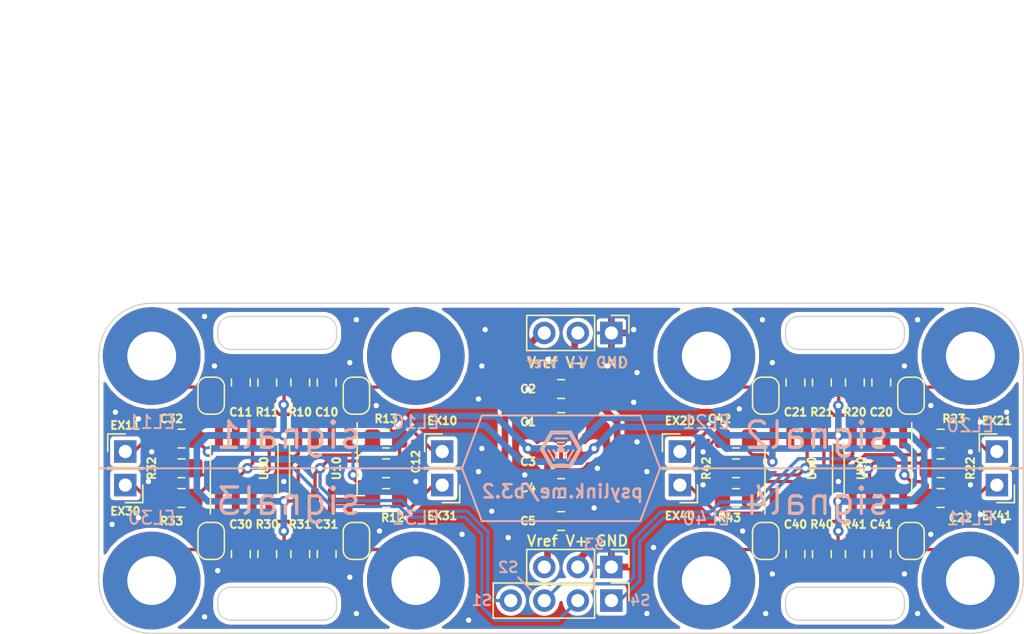
<source format=kicad_pcb>
(kicad_pcb (version 20171130) (host pcbnew "(5.1.6)-1")
  (layers (0 F.Cu signal) (31 B.Cu signal) (34 B.Paste user) (35 F.Paste user) (36 B.SilkS user) (37 F.SilkS user) (38 B.Mask user) (39 F.Mask user) (44 Edge.Cuts user))
  (net 0 "")
  (net 1 VCC)
  (net 2 /out1)
  (net 3 /out2)
  (net 4 /out3)
  (net 5 /out4)
  (net 6 "Net-(R12-Pad1)")
  (net 7 "Net-(C10-Pad2)")
  (net 8 /in10)
  (net 9 /in11)
  (net 10 "Net-(C11-Pad1)")
  (net 11 "Net-(C20-Pad2)")
  (net 12 /in20)
  (net 13 /in21)
  (net 14 "Net-(C21-Pad1)")
  (net 15 "Net-(C30-Pad2)")
  (net 16 /in30)
  (net 17 /in31)
  (net 18 "Net-(C31-Pad1)")
  (net 19 "Net-(C40-Pad2)")
  (net 20 /in40)
  (net 21 /in41)
  (net 22 "Net-(C41-Pad1)")
  (net 23 "Net-(EL10-Pad1)")
  (net 24 "Net-(EL11-Pad1)")
  (net 25 "Net-(EL20-Pad1)")
  (net 26 "Net-(EL21-Pad1)")
  (net 27 "Net-(EL30-Pad1)")
  (net 28 "Net-(EL31-Pad1)")
  (net 29 "Net-(EL40-Pad1)")
  (net 30 "Net-(EL41-Pad1)")
  (net 31 "Net-(R22-Pad1)")
  (net 32 "Net-(R32-Pad1)")
  (net 33 "Net-(R42-Pad1)")
  (net 34 REF)
  (net 35 GND)
  (net 36 "Net-(JP21-Pad2)")
  (module Connector_PinHeader_2.54mm:PinHeader_1x03_P2.54mm_Vertical (layer F.Cu) (at 64.21 82.822 270)
    (fp_text reference J2 hide)
    (fp_text value PowerPassThru)
    (pad 1 thru_hole rect (at 0 0 270) (size 1.7 1.7) (drill 1) (layers *.Cu *.Mask) (net 35 GND))
    (pad 2 thru_hole oval (at 0 2.54 270) (size 1.7 1.7) (drill 1) (layers *.Cu *.Mask) (net 1 VCC))
    (pad 3 thru_hole oval (at 0 5.08 270) (size 1.7 1.7) (drill 1) (layers *.Cu *.Mask) (net 34 REF))
  )
  (module Capacitor_SMD:C_0805_2012Metric_Pad1.15x1.40mm_HandSolder (layer F.Cu) (at 60.4 76.842 180)
    (fp_text reference C4 (at 2.5 0.004) (layer F.SilkS) (effects (font (size 0.6 0.6))))
    (fp_text value 100nF)
    (pad 2 smd roundrect (at 1.025 0 180) (size 1.15 1.4) (layers F.Cu F.Paste F.Mask) (roundrect_rratio 0.217391) (net 34 REF))
    (pad 1 smd roundrect (at -1.025 0 180) (size 1.15 1.4) (layers F.Cu F.Paste F.Mask) (roundrect_rratio 0.217391) (net 35 GND))
  )
  (module Package_SO:SOIC-8_3.9x4.9mm_P1.27mm (layer F.Cu) (at 84.4 75.346 270)
    (fp_text reference U20 (at 0 1.25 90) (layer F.SilkS) (effects (font (size 0.6 0.6))))
    (fp_text value MCP6N11)
    (pad 8 smd roundrect (at 2.475 -1.905 270) (size 1.95 0.6) (layers F.Cu F.Paste F.Mask) (net 1 VCC))
    (pad 7 smd roundrect (at 2.475 -0.635 270) (size 1.95 0.6) (layers F.Cu F.Paste F.Mask) (net 1 VCC))
    (pad 6 smd roundrect (at 2.475 0.635 270) (size 1.95 0.6) (layers F.Cu F.Paste F.Mask) (net 3 /out2))
    (pad 5 smd roundrect (at 2.475 1.905 270) (size 1.95 0.6) (layers F.Cu F.Paste F.Mask) (net 34 REF))
    (pad 4 smd roundrect (at -2.475 1.905 270) (size 1.95 0.6) (layers F.Cu F.Paste F.Mask) (net 35 GND))
    (pad 3 smd roundrect (at -2.475 0.635 270) (size 1.95 0.6) (layers F.Cu F.Paste F.Mask) (net 14 "Net-(C21-Pad1)"))
    (pad 2 smd roundrect (at -2.475 -0.635 270) (size 1.95 0.6) (layers F.Cu F.Paste F.Mask) (net 11 "Net-(C20-Pad2)"))
    (pad 1 smd roundrect (at -2.475 -1.905 270) (size 1.95 0.6) (layers F.Cu F.Paste F.Mask) (net 31 "Net-(R22-Pad1)"))
  )
  (module Capacitor_SMD:C_0805_2012Metric_Pad1.15x1.40mm_HandSolder (layer F.Cu) (at 84.65 68.846 90)
    (fp_text reference C20 (at -2.25 0 180) (layer F.SilkS) (effects (font (size 0.6 0.6))))
    (fp_text value 100pF)
    (pad 2 smd roundrect (at 1.025 0 90) (size 1.15 1.4) (layers F.Cu F.Paste F.Mask) (roundrect_rratio 0.217391) (net 11 "Net-(C20-Pad2)"))
    (pad 1 smd roundrect (at -1.025 0 90) (size 1.15 1.4) (layers F.Cu F.Paste F.Mask) (roundrect_rratio 0.217391) (net 12 /in20))
  )
  (module Capacitor_SMD:C_0805_2012Metric_Pad1.15x1.40mm_HandSolder (layer F.Cu) (at 36.15 81.846 270)
    (fp_text reference C30 (at -2.25 0 180) (layer F.SilkS) (effects (font (size 0.6 0.6))))
    (fp_text value 100pF)
    (pad 2 smd roundrect (at 1.025 0 270) (size 1.15 1.4) (layers F.Cu F.Paste F.Mask) (roundrect_rratio 0.217391) (net 15 "Net-(C30-Pad2)"))
    (pad 1 smd roundrect (at -1.025 0 270) (size 1.15 1.4) (layers F.Cu F.Paste F.Mask) (roundrect_rratio 0.217391) (net 16 /in30))
  )
  (module Capacitor_SMD:C_0805_2012Metric_Pad1.15x1.40mm_HandSolder (layer F.Cu) (at 42.65 68.846 90)
    (fp_text reference C10 (at -2.25 0 180) (layer F.SilkS) (effects (font (size 0.6 0.6))))
    (fp_text value 100pF)
    (pad 2 smd roundrect (at 1.025 0 90) (size 1.15 1.4) (layers F.Cu F.Paste F.Mask) (roundrect_rratio 0.217391) (net 7 "Net-(C10-Pad2)"))
    (pad 1 smd roundrect (at -1.025 0 90) (size 1.15 1.4) (layers F.Cu F.Paste F.Mask) (roundrect_rratio 0.217391) (net 8 /in10))
  )
  (module Capacitor_SMD:C_0805_2012Metric_Pad1.15x1.40mm_HandSolder (layer F.Cu) (at 36.15 68.846 270)
    (fp_text reference C11 (at 2.25 0 180) (layer F.SilkS) (effects (font (size 0.6 0.6))))
    (fp_text value 100pF)
    (pad 2 smd roundrect (at 1.025 0 270) (size 1.15 1.4) (layers F.Cu F.Paste F.Mask) (roundrect_rratio 0.217391) (net 9 /in11))
    (pad 1 smd roundrect (at -1.025 0 270) (size 1.15 1.4) (layers F.Cu F.Paste F.Mask) (roundrect_rratio 0.217391) (net 10 "Net-(C11-Pad1)"))
  )
  (module Capacitor_SMD:C_0805_2012Metric_Pad1.15x1.40mm_HandSolder (layer F.Cu) (at 47.15 77.596)
    (fp_text reference C12 (at 2.25 -2.75 270) (layer F.SilkS) (effects (font (size 0.6 0.6))))
    (fp_text value 100nF)
    (pad 2 smd roundrect (at 1.025 0) (size 1.15 1.4) (layers F.Cu F.Paste F.Mask) (roundrect_rratio 0.217391) (net 35 GND))
    (pad 1 smd roundrect (at -1.025 0) (size 1.15 1.4) (layers F.Cu F.Paste F.Mask) (roundrect_rratio 0.217391) (net 1 VCC))
  )
  (module Capacitor_SMD:C_0805_2012Metric_Pad1.15x1.40mm_HandSolder (layer F.Cu) (at 78.15 68.846 270)
    (fp_text reference C21 (at 2.25 0 180) (layer F.SilkS) (effects (font (size 0.6 0.6))))
    (fp_text value 100pF)
    (pad 2 smd roundrect (at 1.025 0 270) (size 1.15 1.4) (layers F.Cu F.Paste F.Mask) (roundrect_rratio 0.217391) (net 13 /in21))
    (pad 1 smd roundrect (at -1.025 0 270) (size 1.15 1.4) (layers F.Cu F.Paste F.Mask) (roundrect_rratio 0.217391) (net 14 "Net-(C21-Pad1)"))
  )
  (module Capacitor_SMD:C_0805_2012Metric_Pad1.15x1.40mm_HandSolder (layer F.Cu) (at 89.15 77.596)
    (fp_text reference C22 (at 1.5 1.5) (layer F.SilkS) (effects (font (size 0.6 0.6))))
    (fp_text value 100nF)
    (pad 2 smd roundrect (at 1.025 0) (size 1.15 1.4) (layers F.Cu F.Paste F.Mask) (roundrect_rratio 0.217391) (net 35 GND))
    (pad 1 smd roundrect (at -1.025 0) (size 1.15 1.4) (layers F.Cu F.Paste F.Mask) (roundrect_rratio 0.217391) (net 1 VCC))
  )
  (module Capacitor_SMD:C_0805_2012Metric_Pad1.15x1.40mm_HandSolder (layer F.Cu) (at 31.65 73.096 180)
    (fp_text reference C32 (at 0.75 1.5 180) (layer F.SilkS) (effects (font (size 0.6 0.6))))
    (fp_text value 100nF)
    (pad 2 smd roundrect (at 1.025 0 180) (size 1.15 1.4) (layers F.Cu F.Paste F.Mask) (roundrect_rratio 0.217391) (net 35 GND))
    (pad 1 smd roundrect (at -1.025 0 180) (size 1.15 1.4) (layers F.Cu F.Paste F.Mask) (roundrect_rratio 0.217391) (net 1 VCC))
  )
  (module Capacitor_SMD:C_0805_2012Metric_Pad1.15x1.40mm_HandSolder (layer F.Cu) (at 42.65 81.846 90)
    (fp_text reference C31 (at 2.25 0 180) (layer F.SilkS) (effects (font (size 0.6 0.6))))
    (fp_text value 100pF)
    (pad 2 smd roundrect (at 1.025 0 90) (size 1.15 1.4) (layers F.Cu F.Paste F.Mask) (roundrect_rratio 0.217391) (net 17 /in31))
    (pad 1 smd roundrect (at -1.025 0 90) (size 1.15 1.4) (layers F.Cu F.Paste F.Mask) (roundrect_rratio 0.217391) (net 18 "Net-(C31-Pad1)"))
  )
  (module Capacitor_SMD:C_0805_2012Metric_Pad1.15x1.40mm_HandSolder (layer F.Cu) (at 78.15 81.846 270)
    (fp_text reference C40 (at -2.25 0 180) (layer F.SilkS) (effects (font (size 0.6 0.6))))
    (fp_text value 100pF)
    (pad 2 smd roundrect (at 1.025 0 270) (size 1.15 1.4) (layers F.Cu F.Paste F.Mask) (roundrect_rratio 0.217391) (net 19 "Net-(C40-Pad2)"))
    (pad 1 smd roundrect (at -1.025 0 270) (size 1.15 1.4) (layers F.Cu F.Paste F.Mask) (roundrect_rratio 0.217391) (net 20 /in40))
  )
  (module Capacitor_SMD:C_0805_2012Metric_Pad1.15x1.40mm_HandSolder (layer F.Cu) (at 84.65 81.846 90)
    (fp_text reference C41 (at 2.25 0 180) (layer F.SilkS) (effects (font (size 0.6 0.6))))
    (fp_text value 100pF)
    (pad 1 smd roundrect (at -1.025 0 90) (size 1.15 1.4) (layers F.Cu F.Paste F.Mask) (roundrect_rratio 0.217391) (net 22 "Net-(C41-Pad1)"))
    (pad 2 smd roundrect (at 1.025 0 90) (size 1.15 1.4) (layers F.Cu F.Paste F.Mask) (roundrect_rratio 0.217391) (net 21 /in41))
  )
  (module Capacitor_SMD:C_0805_2012Metric_Pad1.15x1.40mm_HandSolder (layer F.Cu) (at 73.65 73.096 180)
    (fp_text reference C42 (at 1.25 1.5) (layer F.SilkS) (effects (font (size 0.6 0.6))))
    (fp_text value 100nF)
    (pad 2 smd roundrect (at 1.025 0 180) (size 1.15 1.4) (layers F.Cu F.Paste F.Mask) (roundrect_rratio 0.217391) (net 35 GND))
    (pad 1 smd roundrect (at -1.025 0 180) (size 1.15 1.4) (layers F.Cu F.Paste F.Mask) (roundrect_rratio 0.217391) (net 1 VCC))
  )
  (module Resistor_SMD:R_0805_2012Metric_Pad1.15x1.40mm_HandSolder (layer F.Cu) (at 47.15 73.096 180)
    (fp_text reference R13 (at 0 1.5) (layer F.SilkS) (effects (font (size 0.6 0.6))))
    (fp_text value 200/1%)
    (pad 2 smd roundrect (at 1.025 0 180) (size 1.15 1.4) (layers F.Cu F.Paste F.Mask) (roundrect_rratio 0.217391) (net 34 REF))
    (pad 1 smd roundrect (at -1.025 0 180) (size 1.15 1.4) (layers F.Cu F.Paste F.Mask) (roundrect_rratio 0.217391) (net 6 "Net-(R12-Pad1)"))
  )
  (module Resistor_SMD:R_0805_2012Metric_Pad1.15x1.40mm_HandSolder (layer F.Cu) (at 82.65 81.846 90)
    (fp_text reference R41 (at 2.25 0 180) (layer F.SilkS) (effects (font (size 0.6 0.6))))
    (fp_text value 1M/1%)
    (pad 1 smd roundrect (at -1.025 0 90) (size 1.15 1.4) (layers F.Cu F.Paste F.Mask) (roundrect_rratio 0.217391) (net 34 REF))
    (pad 2 smd roundrect (at 1.025 0 90) (size 1.15 1.4) (layers F.Cu F.Paste F.Mask) (roundrect_rratio 0.217391) (net 22 "Net-(C41-Pad1)"))
  )
  (module Package_SO:SOIC-8_3.9x4.9mm_P1.27mm (layer F.Cu) (at 42.4 75.346 270)
    (fp_text reference U10 (at 0 -1 90) (layer F.SilkS) (effects (font (size 0.6 0.6))))
    (fp_text value MCP6N11)
    (pad 8 smd roundrect (at 2.475 -1.905 270) (size 1.95 0.6) (layers F.Cu F.Paste F.Mask) (net 1 VCC))
    (pad 7 smd roundrect (at 2.475 -0.635 270) (size 1.95 0.6) (layers F.Cu F.Paste F.Mask) (net 1 VCC))
    (pad 6 smd roundrect (at 2.475 0.635 270) (size 1.95 0.6) (layers F.Cu F.Paste F.Mask) (net 2 /out1))
    (pad 5 smd roundrect (at 2.475 1.905 270) (size 1.95 0.6) (layers F.Cu F.Paste F.Mask) (net 34 REF))
    (pad 4 smd roundrect (at -2.475 1.905 270) (size 1.95 0.6) (layers F.Cu F.Paste F.Mask) (net 35 GND))
    (pad 3 smd roundrect (at -2.475 0.635 270) (size 1.95 0.6) (layers F.Cu F.Paste F.Mask) (net 10 "Net-(C11-Pad1)"))
    (pad 2 smd roundrect (at -2.475 -0.635 270) (size 1.95 0.6) (layers F.Cu F.Paste F.Mask) (net 7 "Net-(C10-Pad2)"))
    (pad 1 smd roundrect (at -2.475 -1.905 270) (size 1.95 0.6) (layers F.Cu F.Paste F.Mask) (net 6 "Net-(R12-Pad1)"))
  )
  (module Package_SO:SOIC-8_3.9x4.9mm_P1.27mm (layer F.Cu) (at 78.4 75.346 90)
    (fp_text reference U40 (at 0 1 90) (layer F.SilkS) (effects (font (size 0.6 0.6))))
    (fp_text value MCP6N11)
    (pad 8 smd roundrect (at 2.475 -1.905 90) (size 1.95 0.6) (layers F.Cu F.Paste F.Mask) (net 1 VCC))
    (pad 7 smd roundrect (at 2.475 -0.635 90) (size 1.95 0.6) (layers F.Cu F.Paste F.Mask) (net 1 VCC))
    (pad 6 smd roundrect (at 2.475 0.635 90) (size 1.95 0.6) (layers F.Cu F.Paste F.Mask) (net 5 /out4))
    (pad 5 smd roundrect (at 2.475 1.905 90) (size 1.95 0.6) (layers F.Cu F.Paste F.Mask) (net 34 REF))
    (pad 4 smd roundrect (at -2.475 1.905 90) (size 1.95 0.6) (layers F.Cu F.Paste F.Mask) (net 35 GND))
    (pad 3 smd roundrect (at -2.475 0.635 90) (size 1.95 0.6) (layers F.Cu F.Paste F.Mask) (net 22 "Net-(C41-Pad1)"))
    (pad 2 smd roundrect (at -2.475 -0.635 90) (size 1.95 0.6) (layers F.Cu F.Paste F.Mask) (net 19 "Net-(C40-Pad2)"))
    (pad 1 smd roundrect (at -2.475 -1.905 90) (size 1.95 0.6) (layers F.Cu F.Paste F.Mask) (net 33 "Net-(R42-Pad1)"))
  )
  (module Jumper:SolderJumper-2_P1.3mm_Bridged_RoundedPad1.0x1.5mm (layer F.Cu) (at 75.9 80.846 270)
    (fp_text reference JP40 hide)
    (fp_text value SolderJumper_2_Bridged)
    (fp_poly (pts (xy 0.25 -0.3) (xy -0.25 -0.3) (xy -0.25 0.3) (xy 0.25 0.3)) (layer F.Cu) (width 0))
    (pad 1 smd custom (at -0.65 0 270) (size 1 0.5) (layers F.Cu F.Mask) (net 20 /in40) (options (clearance outline) (anchor rect)) (primitives (gr_circle (center 0 0.25) (end 0.5 0.25) (width 0)) (gr_circle (center 0 -0.25) (end 0.5 -0.25) (width 0)) (gr_poly (pts (xy 0 -0.75) (xy 0.5 -0.75) (xy 0.5 0.75) (xy 0 0.75)) (width 0))))
    (pad 2 smd custom (at 0.65 0 270) (size 1 0.5) (layers F.Cu F.Mask) (net 29 "Net-(EL40-Pad1)") (options (clearance outline) (anchor rect)) (primitives (gr_circle (center 0 0.25) (end 0.5 0.25) (width 0)) (gr_circle (center 0 -0.25) (end 0.5 -0.25) (width 0)) (gr_poly (pts (xy 0 -0.75) (xy -0.5 -0.75) (xy -0.5 0.75) (xy 0 0.75)) (width 0))))
  )
  (module Resistor_SMD:R_0805_2012Metric_Pad1.15x1.40mm_HandSolder (layer F.Cu) (at 82.65 68.846 90)
    (fp_text reference R20 (at -2.25 0 180) (layer F.SilkS) (effects (font (size 0.6 0.6))))
    (fp_text value 1M/1%)
    (pad 2 smd roundrect (at 1.025 0 90) (size 1.15 1.4) (layers F.Cu F.Paste F.Mask) (roundrect_rratio 0.217391) (net 34 REF))
    (pad 1 smd roundrect (at -1.025 0 90) (size 1.15 1.4) (layers F.Cu F.Paste F.Mask) (roundrect_rratio 0.217391) (net 11 "Net-(C20-Pad2)"))
  )
  (module Resistor_SMD:R_0805_2012Metric_Pad1.15x1.40mm_HandSolder (layer F.Cu) (at 89.15 73.096 180)
    (fp_text reference R23 (at -1 1.5) (layer F.SilkS) (effects (font (size 0.6 0.6))))
    (fp_text value 400/1%)
    (pad 2 smd roundrect (at 1.025 0 180) (size 1.15 1.4) (layers F.Cu F.Paste F.Mask) (roundrect_rratio 0.217391) (net 34 REF))
    (pad 1 smd roundrect (at -1.025 0 180) (size 1.15 1.4) (layers F.Cu F.Paste F.Mask) (roundrect_rratio 0.217391) (net 31 "Net-(R22-Pad1)"))
  )
  (module Resistor_SMD:R_0805_2012Metric_Pad1.15x1.40mm_HandSolder (layer F.Cu) (at 40.65 81.846 90)
    (fp_text reference R31 (at 2.25 0 180) (layer F.SilkS) (effects (font (size 0.6 0.6))))
    (fp_text value 1M/1%)
    (pad 2 smd roundrect (at 1.025 0 90) (size 1.15 1.4) (layers F.Cu F.Paste F.Mask) (roundrect_rratio 0.217391) (net 18 "Net-(C31-Pad1)"))
    (pad 1 smd roundrect (at -1.025 0 90) (size 1.15 1.4) (layers F.Cu F.Paste F.Mask) (roundrect_rratio 0.217391) (net 34 REF))
  )
  (module Resistor_SMD:R_0805_2012Metric_Pad1.15x1.40mm_HandSolder (layer F.Cu) (at 80.15 81.846 270)
    (fp_text reference R40 (at -2.25 0 180) (layer F.SilkS) (effects (font (size 0.6 0.6))))
    (fp_text value 1M/1%)
    (pad 2 smd roundrect (at 1.025 0 270) (size 1.15 1.4) (layers F.Cu F.Paste F.Mask) (roundrect_rratio 0.217391) (net 34 REF))
    (pad 1 smd roundrect (at -1.025 0 270) (size 1.15 1.4) (layers F.Cu F.Paste F.Mask) (roundrect_rratio 0.217391) (net 19 "Net-(C40-Pad2)"))
  )
  (module Jumper:SolderJumper-2_P1.3mm_Bridged_RoundedPad1.0x1.5mm (layer F.Cu) (at 33.9 69.846 90)
    (fp_text reference JP11 hide)
    (fp_text value SolderJumper_2_Bridged)
    (fp_poly (pts (xy 0.25 -0.3) (xy -0.25 -0.3) (xy -0.25 0.3) (xy 0.25 0.3)) (layer F.Cu) (width 0))
    (pad 1 smd custom (at -0.65 0 90) (size 1 0.5) (layers F.Cu F.Mask) (net 9 /in11) (options (clearance outline) (anchor rect)) (primitives (gr_circle (center 0 0.25) (end 0.5 0.25) (width 0)) (gr_circle (center 0 -0.25) (end 0.5 -0.25) (width 0)) (gr_poly (pts (xy 0 -0.75) (xy 0.5 -0.75) (xy 0.5 0.75) (xy 0 0.75)) (width 0))))
    (pad 2 smd custom (at 0.65 0 90) (size 1 0.5) (layers F.Cu F.Mask) (net 24 "Net-(EL11-Pad1)") (options (clearance outline) (anchor rect)) (primitives (gr_circle (center 0 0.25) (end 0.5 0.25) (width 0)) (gr_circle (center 0 -0.25) (end 0.5 -0.25) (width 0)) (gr_poly (pts (xy 0 -0.75) (xy -0.5 -0.75) (xy -0.5 0.75) (xy 0 0.75)) (width 0))))
  )
  (module Jumper:SolderJumper-2_P1.3mm_Bridged_RoundedPad1.0x1.5mm (layer F.Cu) (at 44.9 80.846 270)
    (fp_text reference JP31 hide)
    (fp_text value SolderJumper_2_Bridged)
    (fp_poly (pts (xy 0.25 -0.3) (xy -0.25 -0.3) (xy -0.25 0.3) (xy 0.25 0.3)) (layer F.Cu) (width 0))
    (pad 1 smd custom (at -0.65 0 270) (size 1 0.5) (layers F.Cu F.Mask) (net 17 /in31) (options (clearance outline) (anchor rect)) (primitives (gr_circle (center 0 0.25) (end 0.5 0.25) (width 0)) (gr_circle (center 0 -0.25) (end 0.5 -0.25) (width 0)) (gr_poly (pts (xy 0 -0.75) (xy 0.5 -0.75) (xy 0.5 0.75) (xy 0 0.75)) (width 0))))
    (pad 2 smd custom (at 0.65 0 270) (size 1 0.5) (layers F.Cu F.Mask) (net 28 "Net-(EL31-Pad1)") (options (clearance outline) (anchor rect)) (primitives (gr_circle (center 0 0.25) (end 0.5 0.25) (width 0)) (gr_circle (center 0 -0.25) (end 0.5 -0.25) (width 0)) (gr_poly (pts (xy 0 -0.75) (xy -0.5 -0.75) (xy -0.5 0.75) (xy 0 0.75)) (width 0))))
  )
  (module Resistor_SMD:R_0805_2012Metric_Pad1.15x1.40mm_HandSolder (layer F.Cu) (at 80.15 68.846 270)
    (fp_text reference R21 (at 2.25 0 180) (layer F.SilkS) (effects (font (size 0.6 0.6))))
    (fp_text value 1M/1%)
    (pad 2 smd roundrect (at 1.025 0 270) (size 1.15 1.4) (layers F.Cu F.Paste F.Mask) (roundrect_rratio 0.217391) (net 14 "Net-(C21-Pad1)"))
    (pad 1 smd roundrect (at -1.025 0 270) (size 1.15 1.4) (layers F.Cu F.Paste F.Mask) (roundrect_rratio 0.217391) (net 34 REF))
  )
  (module Resistor_SMD:R_0805_2012Metric_Pad1.15x1.40mm_HandSolder (layer F.Cu) (at 38.15 81.846 270)
    (fp_text reference R30 (at -2.25 0 180) (layer F.SilkS) (effects (font (size 0.6 0.6))))
    (fp_text value 1M/1%)
    (pad 2 smd roundrect (at 1.025 0 270) (size 1.15 1.4) (layers F.Cu F.Paste F.Mask) (roundrect_rratio 0.217391) (net 34 REF))
    (pad 1 smd roundrect (at -1.025 0 270) (size 1.15 1.4) (layers F.Cu F.Paste F.Mask) (roundrect_rratio 0.217391) (net 15 "Net-(C30-Pad2)"))
  )
  (module Resistor_SMD:R_0805_2012Metric_Pad1.15x1.40mm_HandSolder (layer F.Cu) (at 73.65 75.346)
    (fp_text reference R42 (at -2.25 0 90) (layer F.SilkS) (effects (font (size 0.6 0.6))))
    (fp_text value 100k/1%)
    (pad 1 smd roundrect (at -1.025 0) (size 1.15 1.4) (layers F.Cu F.Paste F.Mask) (roundrect_rratio 0.217391) (net 33 "Net-(R42-Pad1)"))
    (pad 2 smd roundrect (at 1.025 0) (size 1.15 1.4) (layers F.Cu F.Paste F.Mask) (roundrect_rratio 0.217391) (net 5 /out4))
  )
  (module Jumper:SolderJumper-2_P1.3mm_Bridged_RoundedPad1.0x1.5mm (layer F.Cu) (at 86.9 69.846 90)
    (fp_text reference JP20 hide)
    (fp_text value SolderJumper_2_Bridged)
    (fp_poly (pts (xy 0.25 -0.3) (xy -0.25 -0.3) (xy -0.25 0.3) (xy 0.25 0.3)) (layer F.Cu) (width 0))
    (pad 1 smd custom (at -0.65 0 90) (size 1 0.5) (layers F.Cu F.Mask) (net 12 /in20) (options (clearance outline) (anchor rect)) (primitives (gr_circle (center 0 0.25) (end 0.5 0.25) (width 0)) (gr_circle (center 0 -0.25) (end 0.5 -0.25) (width 0)) (gr_poly (pts (xy 0 -0.75) (xy 0.5 -0.75) (xy 0.5 0.75) (xy 0 0.75)) (width 0))))
    (pad 2 smd custom (at 0.65 0 90) (size 1 0.5) (layers F.Cu F.Mask) (net 25 "Net-(EL20-Pad1)") (options (clearance outline) (anchor rect)) (primitives (gr_circle (center 0 0.25) (end 0.5 0.25) (width 0)) (gr_circle (center 0 -0.25) (end 0.5 -0.25) (width 0)) (gr_poly (pts (xy 0 -0.75) (xy -0.5 -0.75) (xy -0.5 0.75) (xy 0 0.75)) (width 0))))
  )
  (module Resistor_SMD:R_0805_2012Metric_Pad1.15x1.40mm_HandSolder (layer F.Cu) (at 31.65 75.346)
    (fp_text reference R32 (at -2.25 0 90) (layer F.SilkS) (effects (font (size 0.6 0.6))))
    (fp_text value 100k/1%)
    (pad 2 smd roundrect (at 1.025 0) (size 1.15 1.4) (layers F.Cu F.Paste F.Mask) (roundrect_rratio 0.217391) (net 4 /out3))
    (pad 1 smd roundrect (at -1.025 0) (size 1.15 1.4) (layers F.Cu F.Paste F.Mask) (roundrect_rratio 0.217391) (net 32 "Net-(R32-Pad1)"))
  )
  (module Resistor_SMD:R_0805_2012Metric_Pad1.15x1.40mm_HandSolder (layer F.Cu) (at 38.15 68.846 270)
    (fp_text reference R11 (at 2.25 0 180) (layer F.SilkS) (effects (font (size 0.6 0.6))))
    (fp_text value 1M/1%)
    (pad 2 smd roundrect (at 1.025 0 270) (size 1.15 1.4) (layers F.Cu F.Paste F.Mask) (roundrect_rratio 0.217391) (net 10 "Net-(C11-Pad1)"))
    (pad 1 smd roundrect (at -1.025 0 270) (size 1.15 1.4) (layers F.Cu F.Paste F.Mask) (roundrect_rratio 0.217391) (net 34 REF))
  )
  (module Package_SO:SOIC-8_3.9x4.9mm_P1.27mm (layer F.Cu) (at 36.4 75.346 90)
    (fp_text reference U30 (at 0 1.5 270) (layer F.SilkS) (effects (font (size 0.6 0.6))))
    (fp_text value MCP6N11)
    (pad 1 smd roundrect (at -2.475 -1.905 90) (size 1.95 0.6) (layers F.Cu F.Paste F.Mask) (net 32 "Net-(R32-Pad1)"))
    (pad 2 smd roundrect (at -2.475 -0.635 90) (size 1.95 0.6) (layers F.Cu F.Paste F.Mask) (net 15 "Net-(C30-Pad2)"))
    (pad 3 smd roundrect (at -2.475 0.635 90) (size 1.95 0.6) (layers F.Cu F.Paste F.Mask) (net 18 "Net-(C31-Pad1)"))
    (pad 4 smd roundrect (at -2.475 1.905 90) (size 1.95 0.6) (layers F.Cu F.Paste F.Mask) (net 35 GND))
    (pad 5 smd roundrect (at 2.475 1.905 90) (size 1.95 0.6) (layers F.Cu F.Paste F.Mask) (net 34 REF))
    (pad 6 smd roundrect (at 2.475 0.635 90) (size 1.95 0.6) (layers F.Cu F.Paste F.Mask) (net 4 /out3))
    (pad 7 smd roundrect (at 2.475 -0.635 90) (size 1.95 0.6) (layers F.Cu F.Paste F.Mask) (net 1 VCC))
    (pad 8 smd roundrect (at 2.475 -1.905 90) (size 1.95 0.6) (layers F.Cu F.Paste F.Mask) (net 1 VCC))
  )
  (module Jumper:SolderJumper-2_P1.3mm_Bridged_RoundedPad1.0x1.5mm (layer F.Cu) (at 33.9 80.846 270)
    (fp_text reference JP30 hide)
    (fp_text value SolderJumper_2_Bridged)
    (fp_poly (pts (xy 0.25 -0.3) (xy -0.25 -0.3) (xy -0.25 0.3) (xy 0.25 0.3)) (layer F.Cu) (width 0))
    (pad 1 smd custom (at -0.65 0 270) (size 1 0.5) (layers F.Cu F.Mask) (net 16 /in30) (options (clearance outline) (anchor rect)) (primitives (gr_circle (center 0 0.25) (end 0.5 0.25) (width 0)) (gr_circle (center 0 -0.25) (end 0.5 -0.25) (width 0)) (gr_poly (pts (xy 0 -0.75) (xy 0.5 -0.75) (xy 0.5 0.75) (xy 0 0.75)) (width 0))))
    (pad 2 smd custom (at 0.65 0 270) (size 1 0.5) (layers F.Cu F.Mask) (net 27 "Net-(EL30-Pad1)") (options (clearance outline) (anchor rect)) (primitives (gr_circle (center 0 0.25) (end 0.5 0.25) (width 0)) (gr_circle (center 0 -0.25) (end 0.5 -0.25) (width 0)) (gr_poly (pts (xy 0 -0.75) (xy -0.5 -0.75) (xy -0.5 0.75) (xy 0 0.75)) (width 0))))
  )
  (module Resistor_SMD:R_0805_2012Metric_Pad1.15x1.40mm_HandSolder (layer F.Cu) (at 89.15 75.346 180)
    (fp_text reference R22 (at -2.25 0 90) (layer F.SilkS) (effects (font (size 0.6 0.6))))
    (fp_text value 100k/1%)
    (pad 2 smd roundrect (at 1.025 0 180) (size 1.15 1.4) (layers F.Cu F.Paste F.Mask) (roundrect_rratio 0.217391) (net 3 /out2))
    (pad 1 smd roundrect (at -1.025 0 180) (size 1.15 1.4) (layers F.Cu F.Paste F.Mask) (roundrect_rratio 0.217391) (net 31 "Net-(R22-Pad1)"))
  )
  (module Jumper:SolderJumper-2_P1.3mm_Bridged_RoundedPad1.0x1.5mm (layer F.Cu) (at 75.9 69.846 90)
    (fp_text reference JP21 hide)
    (fp_text value SolderJumper_2_Bridged)
    (fp_poly (pts (xy 0.25 -0.3) (xy -0.25 -0.3) (xy -0.25 0.3) (xy 0.25 0.3)) (layer F.Cu) (width 0))
    (pad 1 smd custom (at -0.65 0 90) (size 1 0.5) (layers F.Cu F.Mask) (net 13 /in21) (options (clearance outline) (anchor rect)) (primitives (gr_circle (center 0 0.25) (end 0.5 0.25) (width 0)) (gr_circle (center 0 -0.25) (end 0.5 -0.25) (width 0)) (gr_poly (pts (xy 0 -0.75) (xy 0.5 -0.75) (xy 0.5 0.75) (xy 0 0.75)) (width 0))))
    (pad 2 smd custom (at 0.65 0 90) (size 1 0.5) (layers F.Cu F.Mask) (net 36 "Net-(JP21-Pad2)") (options (clearance outline) (anchor rect)) (primitives (gr_circle (center 0 0.25) (end 0.5 0.25) (width 0)) (gr_circle (center 0 -0.25) (end 0.5 -0.25) (width 0)) (gr_poly (pts (xy 0 -0.75) (xy -0.5 -0.75) (xy -0.5 0.75) (xy 0 0.75)) (width 0))))
  )
  (module Jumper:SolderJumper-2_P1.3mm_Bridged_RoundedPad1.0x1.5mm (layer F.Cu) (at 44.9 69.846 90)
    (fp_text reference JP10 hide)
    (fp_text value SolderJumper_2_Bridged)
    (fp_poly (pts (xy 0.25 -0.3) (xy -0.25 -0.3) (xy -0.25 0.3) (xy 0.25 0.3)) (layer F.Cu) (width 0))
    (pad 1 smd custom (at -0.65 0 90) (size 1 0.5) (layers F.Cu F.Mask) (net 8 /in10) (options (clearance outline) (anchor rect)) (primitives (gr_circle (center 0 0.25) (end 0.5 0.25) (width 0)) (gr_circle (center 0 -0.25) (end 0.5 -0.25) (width 0)) (gr_poly (pts (xy 0 -0.75) (xy 0.5 -0.75) (xy 0.5 0.75) (xy 0 0.75)) (width 0))))
    (pad 2 smd custom (at 0.65 0 90) (size 1 0.5) (layers F.Cu F.Mask) (net 23 "Net-(EL10-Pad1)") (options (clearance outline) (anchor rect)) (primitives (gr_circle (center 0 0.25) (end 0.5 0.25) (width 0)) (gr_circle (center 0 -0.25) (end 0.5 -0.25) (width 0)) (gr_poly (pts (xy 0 -0.75) (xy -0.5 -0.75) (xy -0.5 0.75) (xy 0 0.75)) (width 0))))
  )
  (module Resistor_SMD:R_0805_2012Metric_Pad1.15x1.40mm_HandSolder (layer F.Cu) (at 40.65 68.846 90)
    (fp_text reference R10 (at -2.25 0 180) (layer F.SilkS) (effects (font (size 0.6 0.6))))
    (fp_text value 1M/1%)
    (pad 2 smd roundrect (at 1.025 0 90) (size 1.15 1.4) (layers F.Cu F.Paste F.Mask) (roundrect_rratio 0.217391) (net 34 REF))
    (pad 1 smd roundrect (at -1.025 0 90) (size 1.15 1.4) (layers F.Cu F.Paste F.Mask) (roundrect_rratio 0.217391) (net 7 "Net-(C10-Pad2)"))
  )
  (module Jumper:SolderJumper-2_P1.3mm_Bridged_RoundedPad1.0x1.5mm (layer F.Cu) (at 86.9 80.846 270)
    (fp_text reference JP41 hide)
    (fp_text value SolderJumper_2_Bridged)
    (fp_poly (pts (xy 0.25 -0.3) (xy -0.25 -0.3) (xy -0.25 0.3) (xy 0.25 0.3)) (layer F.Cu) (width 0))
    (pad 1 smd custom (at -0.65 0 270) (size 1 0.5) (layers F.Cu F.Mask) (net 21 /in41) (options (clearance outline) (anchor rect)) (primitives (gr_circle (center 0 0.25) (end 0.5 0.25) (width 0)) (gr_circle (center 0 -0.25) (end 0.5 -0.25) (width 0)) (gr_poly (pts (xy 0 -0.75) (xy 0.5 -0.75) (xy 0.5 0.75) (xy 0 0.75)) (width 0))))
    (pad 2 smd custom (at 0.65 0 270) (size 1 0.5) (layers F.Cu F.Mask) (net 30 "Net-(EL41-Pad1)") (options (clearance outline) (anchor rect)) (primitives (gr_circle (center 0 0.25) (end 0.5 0.25) (width 0)) (gr_circle (center 0 -0.25) (end 0.5 -0.25) (width 0)) (gr_poly (pts (xy 0 -0.75) (xy -0.5 -0.75) (xy -0.5 0.75) (xy 0 0.75)) (width 0))))
  )
  (module Resistor_SMD:R_0805_2012Metric_Pad1.15x1.40mm_HandSolder (layer F.Cu) (at 47.15 75.346 180)
    (fp_text reference R12 (at -0.5 -3.75) (layer F.SilkS) (effects (font (size 0.6 0.6))))
    (fp_text value 100k/1%)
    (pad 2 smd roundrect (at 1.025 0 180) (size 1.15 1.4) (layers F.Cu F.Paste F.Mask) (roundrect_rratio 0.217391) (net 2 /out1))
    (pad 1 smd roundrect (at -1.025 0 180) (size 1.15 1.4) (layers F.Cu F.Paste F.Mask) (roundrect_rratio 0.217391) (net 6 "Net-(R12-Pad1)"))
  )
  (module Resistor_SMD:R_0805_2012Metric_Pad1.15x1.40mm_HandSolder (layer F.Cu) (at 31.65 77.596)
    (fp_text reference R33 (at -0.75 1.75 180) (layer F.SilkS) (effects (font (size 0.6 0.6))))
    (fp_text value 200/1%)
    (pad 2 smd roundrect (at 1.025 0) (size 1.15 1.4) (layers F.Cu F.Paste F.Mask) (roundrect_rratio 0.217391) (net 34 REF))
    (pad 1 smd roundrect (at -1.025 0) (size 1.15 1.4) (layers F.Cu F.Paste F.Mask) (roundrect_rratio 0.217391) (net 32 "Net-(R32-Pad1)"))
  )
  (module Resistor_SMD:R_0805_2012Metric_Pad1.15x1.40mm_HandSolder (layer F.Cu) (at 73.65 77.596)
    (fp_text reference R43 (at -0.5 1.5) (layer F.SilkS) (effects (font (size 0.6 0.6))))
    (fp_text value 200/1%)
    (pad 2 smd roundrect (at 1.025 0) (size 1.15 1.4) (layers F.Cu F.Paste F.Mask) (roundrect_rratio 0.217391) (net 34 REF))
    (pad 1 smd roundrect (at -1.025 0) (size 1.15 1.4) (layers F.Cu F.Paste F.Mask) (roundrect_rratio 0.217391) (net 33 "Net-(R42-Pad1)"))
  )
  (module Capacitor_SMD:C_0805_2012Metric_Pad1.15x1.40mm_HandSolder (layer F.Cu) (at 60.4 74.342)
    (fp_text reference C3 (at -2.5 0.504) (layer F.SilkS) (effects (font (size 0.6 0.6))))
    (fp_text value 100nF)
    (pad 2 smd roundrect (at 1.025 0) (size 1.15 1.4) (layers F.Cu F.Paste F.Mask) (roundrect_rratio 0.217391) (net 1 VCC))
    (pad 1 smd roundrect (at -1.025 0) (size 1.15 1.4) (layers F.Cu F.Paste F.Mask) (roundrect_rratio 0.217391) (net 34 REF))
  )
  (module Capacitor_SMD:C_0805_2012Metric_Pad1.15x1.40mm_HandSolder (layer F.Cu) (at 60.4 71.842)
    (fp_text reference C1 (at -2.5 -0.004) (layer F.SilkS) (effects (font (size 0.6 0.6))))
    (fp_text value 100nF)
    (pad 2 smd roundrect (at 1.025 0) (size 1.15 1.4) (layers F.Cu F.Paste F.Mask) (roundrect_rratio 0.217391) (net 1 VCC))
    (pad 1 smd roundrect (at -1.025 0) (size 1.15 1.4) (layers F.Cu F.Paste F.Mask) (roundrect_rratio 0.217391) (net 35 GND))
  )
  (module Capacitor_SMD:C_0805_2012Metric_Pad1.15x1.40mm_HandSolder (layer F.Cu) (at 60.4 69.342)
    (fp_text reference C2 (at -2.5 -0.004) (layer F.SilkS) (effects (font (size 0.6 0.6))))
    (fp_text value 10uF)
    (pad 2 smd roundrect (at 1.025 0) (size 1.15 1.4) (layers F.Cu F.Paste F.Mask) (roundrect_rratio 0.217391) (net 1 VCC))
    (pad 1 smd roundrect (at -1.025 0) (size 1.15 1.4) (layers F.Cu F.Paste F.Mask) (roundrect_rratio 0.217391) (net 35 GND))
  )
  (module Capacitor_SMD:C_0805_2012Metric_Pad1.15x1.40mm_HandSolder (layer F.Cu) (at 60.4 79.342 180)
    (fp_text reference C5 (at 2.5 0.004) (layer F.SilkS) (effects (font (size 0.6 0.6))))
    (fp_text value 10uF)
    (pad 2 smd roundrect (at 1.025 0 180) (size 1.15 1.4) (layers F.Cu F.Paste F.Mask) (roundrect_rratio 0.217391) (net 34 REF))
    (pad 1 smd roundrect (at -1.025 0 180) (size 1.15 1.4) (layers F.Cu F.Paste F.Mask) (roundrect_rratio 0.217391) (net 35 GND))
  )
  (module Connector_PinHeader_2.54mm:PinHeader_1x04_P2.54mm_Vertical (layer F.Cu) (at 64.21 85.362 270)
    (fp_text reference J3 hide)
    (fp_text value OutputPins)
    (pad 4 thru_hole oval (at 0 7.62 270) (size 1.7 1.7) (drill 1) (layers *.Cu *.Mask) (net 2 /out1))
    (pad 3 thru_hole oval (at 0 5.08 270) (size 1.7 1.7) (drill 1) (layers *.Cu *.Mask) (net 3 /out2))
    (pad 2 thru_hole oval (at 0 2.54 270) (size 1.7 1.7) (drill 1) (layers *.Cu *.Mask) (net 4 /out3))
    (pad 1 thru_hole rect (at 0 0 270) (size 1.7 1.7) (drill 1) (layers *.Cu *.Mask) (net 5 /out4))
  )
  (module Connector_PinHeader_2.54mm:PinHeader_1x03_P2.54mm_Vertical (layer F.Cu) (at 64.21 65.096 270)
    (fp_text reference J1 hide)
    (fp_text value PowerInput)
    (pad 1 thru_hole rect (at 0 0 270) (size 1.7 1.7) (drill 1) (layers *.Cu *.Mask) (net 35 GND))
    (pad 2 thru_hole oval (at 0 2.54 270) (size 1.7 1.7) (drill 1) (layers *.Cu *.Mask) (net 1 VCC))
    (pad 3 thru_hole oval (at 0 5.08 270) (size 1.7 1.7) (drill 1) (layers *.Cu *.Mask) (net 34 REF))
  )
  (module Connector_PinHeader_2.54mm:PinHeader_1x01_P2.54mm_Vertical (layer F.Cu) (at 69.4 74.076)
    (fp_text reference EX20 (at 0 -2.33) (layer F.SilkS) (effects (font (size 0.6 0.6))))
    (fp_text value ElectrodeTestPin)
    (pad 1 thru_hole rect (at 0 0) (size 1.7 1.7) (drill 1) (layers *.Cu *.Mask) (net 13 /in21))
  )
  (module Connector_PinHeader_2.54mm:PinHeader_1x01_P2.54mm_Vertical (layer F.Cu) (at 93.4 76.616 180)
    (fp_text reference EX41 (at 0 -2.33) (layer F.SilkS) (effects (font (size 0.6 0.6))))
    (fp_text value ElectrodeTestPin)
    (pad 1 thru_hole rect (at 0 0 180) (size 1.7 1.7) (drill 1) (layers *.Cu *.Mask) (net 21 /in41))
  )
  (module Connector_PinHeader_2.54mm:PinHeader_1x01_P2.54mm_Vertical (layer F.Cu) (at 69.4 76.616 180)
    (fp_text reference EX40 (at 0 -2.33) (layer F.SilkS) (effects (font (size 0.6 0.6))))
    (fp_text value ElectrodeTestPin)
    (pad 1 thru_hole rect (at 0 0 180) (size 1.7 1.7) (drill 1) (layers *.Cu *.Mask) (net 20 /in40))
  )
  (module Connector_PinHeader_2.54mm:PinHeader_1x01_P2.54mm_Vertical (layer F.Cu) (at 93.4 74.076)
    (fp_text reference EX21 (at 0 -2.33) (layer F.SilkS) (effects (font (size 0.6 0.6))))
    (fp_text value ElectrodeTestPin)
    (pad 1 thru_hole rect (at 0 0) (size 1.7 1.7) (drill 1) (layers *.Cu *.Mask) (net 12 /in20))
  )
  (module Connector_PinHeader_2.54mm:PinHeader_1x01_P2.54mm_Vertical (layer F.Cu) (at 51.4 76.616 180)
    (fp_text reference EX31 (at 0 -2.33) (layer F.SilkS) (effects (font (size 0.6 0.6))))
    (fp_text value ElectrodeTestPin)
    (pad 1 thru_hole rect (at 0 0 180) (size 1.7 1.7) (drill 1) (layers *.Cu *.Mask) (net 17 /in31))
  )
  (module Connector_PinHeader_2.54mm:PinHeader_1x01_P2.54mm_Vertical (layer F.Cu) (at 27.4 76.616 180)
    (fp_text reference EX30 (at 0 -1.98 180) (layer F.SilkS) (effects (font (size 0.6 0.6))))
    (fp_text value ElectrodeTestPin)
    (pad 1 thru_hole rect (at 0 0 180) (size 1.7 1.7) (drill 1) (layers *.Cu *.Mask) (net 16 /in30))
  )
  (module Connector_PinHeader_2.54mm:PinHeader_1x01_P2.54mm_Vertical (layer F.Cu) (at 51.4 74.076)
    (fp_text reference EX10 (at 0 -2.33) (layer F.SilkS) (effects (font (size 0.6 0.6))))
    (fp_text value ElectrodeTestPin)
    (pad 1 thru_hole rect (at 0 0) (size 1.7 1.7) (drill 1) (layers *.Cu *.Mask) (net 8 /in10))
  )
  (module Connector_PinHeader_2.54mm:PinHeader_1x01_P2.54mm_Vertical (layer F.Cu) (at 27.4 74.076)
    (fp_text reference EX11 (at 0 -1.98 180) (layer F.SilkS) (effects (font (size 0.6 0.6))))
    (fp_text value ElectrodeTestPin)
    (pad 1 thru_hole rect (at 0 0) (size 1.7 1.7) (drill 1) (layers *.Cu *.Mask) (net 9 /in11))
  )
  (module MountingHole:MountingHole_3.7mm_Pad (layer F.Cu) (at 49.4 83.846)
    (fp_text reference EL31 (at 0 -4.75) (layer B.SilkS) (effects (justify mirror)))
    (fp_text value Electrode)
    (pad 1 thru_hole circle (at 0 0) (size 7.4 7.4) (drill 3.7) (layers *.Cu *.Mask) (net 28 "Net-(EL31-Pad1)"))
  )
  (module MountingHole:MountingHole_3.7mm_Pad (layer F.Cu) (at 29.4 83.846)
    (fp_text reference EL30 (at 0 -4.75 180) (layer B.SilkS) (effects (justify mirror)))
    (fp_text value Electrode)
    (pad 1 thru_hole circle (at 0 0) (size 7.4 7.4) (drill 3.7) (layers *.Cu *.Mask) (net 27 "Net-(EL30-Pad1)"))
  )
  (module MountingHole:MountingHole_3.7mm_Pad (layer F.Cu) (at 49.4 66.846)
    (fp_text reference EL10 (at 0 5) (layer B.SilkS) (effects (justify mirror)))
    (fp_text value Electrode)
    (pad 1 thru_hole circle (at 0 0) (size 7.4 7.4) (drill 3.7) (layers *.Cu *.Mask) (net 23 "Net-(EL10-Pad1)"))
  )
  (module MountingHole:MountingHole_3.7mm_Pad (layer F.Cu) (at 29.4 66.846)
    (fp_text reference EL11 (at 0 5) (layer B.SilkS) (effects (justify mirror)))
    (fp_text value Electrode)
    (pad 1 thru_hole circle (at 0 0) (size 7.4 7.4) (drill 3.7) (layers *.Cu *.Mask) (net 24 "Net-(EL11-Pad1)"))
  )
  (module MountingHole:MountingHole_3.7mm_Pad (layer F.Cu) (at 91.4 83.846)
    (fp_text reference EL41 (at 0 -4.7) (layer B.SilkS) (effects (justify mirror)))
    (fp_text value Electrode)
    (pad 1 thru_hole circle (at 0 0) (size 7.4 7.4) (drill 3.7) (layers *.Cu *.Mask) (net 30 "Net-(EL41-Pad1)"))
  )
  (module MountingHole:MountingHole_3.7mm_Pad (layer F.Cu) (at 71.4 83.846)
    (fp_text reference EL40 (at 0 -4.7) (layer B.SilkS) (effects (justify mirror)))
    (fp_text value Electrode)
    (pad 1 thru_hole circle (at 0 0) (size 7.4 7.4) (drill 3.7) (layers *.Cu *.Mask) (net 29 "Net-(EL40-Pad1)"))
  )
  (module MountingHole:MountingHole_3.7mm_Pad (layer F.Cu) (at 71.4 66.846)
    (fp_text reference EL21 (at 0 5) (layer B.SilkS) (effects (justify mirror)))
    (fp_text value Electrode)
    (pad 1 thru_hole circle (at 0 0) (size 7.4 7.4) (drill 3.7) (layers *.Cu *.Mask) (net 26 "Net-(EL21-Pad1)"))
  )
  (module MountingHole:MountingHole_3.7mm_Pad (layer F.Cu) (at 91.4 66.846)
    (fp_text reference EL20 (at 0 5.25) (layer B.SilkS) (effects (justify mirror)))
    (fp_text value Electrode)
    (pad 1 thru_hole circle (at 0 0) (size 7.4 7.4) (drill 3.7) (layers *.Cu *.Mask) (net 25 "Net-(EL20-Pad1)"))
  )
  (module "" (layer F.Cu) (at 18.161 40.132)
    (fp_text reference "" (at 25.4 25.4) (layer F.SilkS) (effects (font (size 1.27 1.27))))
    (fp_text value "" (at 25.4 25.4) (layer F.SilkS) (effects (font (size 1.27 1.27))))
  )
  (gr_text "GND V+ Vref" (at 61.65 67.346) (layer B.SilkS) (effects (font (size 0.8 0.8)) (justify mirror)))
  (gr_line (start 66.4 79.346) (end 67.9 75.346) (layer B.SilkS) (width 0.15))
  (gr_line (start 54.4 79.346) (end 66.4 79.346) (layer B.SilkS) (width 0.15))
  (gr_line (start 52.9 75.346) (end 54.4 79.346) (layer B.SilkS) (width 0.15))
  (gr_line (start 54.4 71.346) (end 52.9 75.346) (layer B.SilkS) (width 0.15))
  (gr_line (start 66.4 71.346) (end 54.4 71.346) (layer B.SilkS) (width 0.15))
  (gr_line (start 67.9 75.346) (end 66.4 71.346) (layer B.SilkS) (width 0.15))
  (gr_line (start 58.15 84.596) (end 57.15 83.596) (layer B.SilkS) (width 0.15))
  (gr_line (start 62.9 84.346) (end 62.9 82.096) (layer B.SilkS) (width 0.15))
  (gr_line (start 62.65 84.596) (end 62.9 84.346) (layer B.SilkS) (width 0.15))
  (gr_text S3 (at 62.9 81.096) (layer B.SilkS) (effects (font (size 0.8 0.8)) (justify mirror)))
  (gr_text S1 (at 54.4 85.346) (layer B.SilkS) (effects (font (size 0.8 0.8)) (justify mirror)))
  (gr_text S4 (at 66.4 85.346) (layer B.SilkS) (effects (font (size 0.8 0.8)) (justify mirror)))
  (gr_text S2 (at 56.4 82.846) (layer B.SilkS) (effects (font (size 0.8 0.8)) (justify mirror)))
  (gr_text "Vref V+ GND" (at 61.65 80.846) (layer F.SilkS) (effects (font (size 0.8 0.8))))
  (gr_text signal4 (at 85.4 77.846) (layer B.SilkS) (effects (font (size 2 2) (thickness 0.25)) (justify left mirror)))
  (gr_text signal3 (at 45.4 77.846) (layer B.SilkS) (effects (font (size 2 2) (thickness 0.25)) (justify left mirror)))
  (gr_text signal2 (at 85.4 72.846) (layer B.SilkS) (effects (font (size 2 2) (thickness 0.25)) (justify left mirror)))
  (gr_line (start 52.9 75.346) (end 25.4 75.346) (layer B.SilkS) (width 0.15))
  (gr_line (start 70.4 75.346) (end 67.9 75.346) (layer B.SilkS) (width 0.15))
  (gr_line (start 95.4 75.346) (end 70.4 75.346) (layer B.SilkS) (width 0.15))
  (gr_text "Vref V+ GND" (at 61.65 67.346) (layer F.SilkS) (effects (font (size 0.8 0.8))))
  (gr_text psylink.me/b3.2 (at 60.5115 77.096) (layer B.SilkS) (effects (font (size 1 1) (thickness 0.2)) (justify mirror)))
  (gr_line (start 59.686 75.175) (end 58.955322 73.905) (layer B.SilkS) (width 0.3))
  (gr_line (start 59.686 75.175) (end 61.083 75.175) (layer B.SilkS) (width 0.3))
  (gr_line (start 60.067 74.413) (end 59.813 73.9685) (layer B.SilkS) (width 0.15))
  (gr_line (start 59.686 72.635) (end 58.955322 73.898839) (layer B.SilkS) (width 0.3))
  (gr_line (start 61.083 72.635) (end 59.686 72.635) (layer B.SilkS) (width 0.3))
  (gr_line (start 61.083 75.175) (end 61.813678 73.911161) (layer B.SilkS) (width 0.3))
  (gr_line (start 60.1305 73.397) (end 60.6385 73.397) (layer B.SilkS) (width 0.15))
  (gr_poly (pts (xy 60.6385 73.9685) (xy 60.448 73.651) (xy 60.321 73.651) (xy 60.1305 73.9685) (xy 60.203938 74.0955) (xy 60.562172 74.094051)) (layer B.SilkS) (width 0.1))
  (gr_line (start 59.8765 74.7305) (end 59.432 73.9685) (layer B.SilkS) (width 0.15))
  (gr_line (start 60.702 74.413) (end 60.956 73.9685) (layer B.SilkS) (width 0.15))
  (gr_line (start 59.94 73.0795) (end 60.829 73.0795) (layer B.SilkS) (width 0.15))
  (gr_line (start 60.8925 74.7305) (end 61.337 73.9685) (layer B.SilkS) (width 0.15))
  (gr_line (start 61.083 72.635) (end 61.813678 73.898839) (layer B.SilkS) (width 0.3))
  (gr_text signal1 (at 45.4 72.846) (layer B.SilkS) (effects (font (size 2 2) (thickness 0.25)) (justify left mirror)))
  (gr_arc (start 85.4 85.846) (end 85.4 86.846) (angle -90) (layer Edge.Cuts) (width 0.1))
  (gr_arc (start 85.4 85.346) (end 86.4 85.346) (angle -90) (layer Edge.Cuts) (width 0.1))
  (gr_line (start 85.4 63.846) (end 78.4 63.846) (layer Edge.Cuts) (width 0.1))
  (gr_line (start 78.4 86.846) (end 85.4 86.846) (layer Edge.Cuts) (width 0.1))
  (gr_line (start 86.4 85.846) (end 86.4 85.346) (layer Edge.Cuts) (width 0.1))
  (gr_line (start 85.4 84.346) (end 78.4 84.346) (layer Edge.Cuts) (width 0.1))
  (gr_arc (start 78.4 85.346) (end 78.4 84.346) (angle -90) (layer Edge.Cuts) (width 0.1))
  (gr_line (start 77.4 85.346) (end 77.4 85.846) (layer Edge.Cuts) (width 0.1))
  (gr_arc (start 78.4 85.846) (end 77.4 85.846) (angle -90) (layer Edge.Cuts) (width 0.1))
  (gr_arc (start 85.4 65.346) (end 85.4 66.346) (angle -90) (layer Edge.Cuts) (width 0.1))
  (gr_arc (start 78.4 64.846) (end 78.4 63.846) (angle -90) (layer Edge.Cuts) (width 0.1))
  (gr_line (start 78.4 66.346) (end 85.4 66.346) (layer Edge.Cuts) (width 0.1))
  (gr_arc (start 85.4 64.846) (end 86.4 64.846) (angle -90) (layer Edge.Cuts) (width 0.1))
  (gr_arc (start 78.4 65.346) (end 77.4 65.346) (angle -90) (layer Edge.Cuts) (width 0.1))
  (gr_line (start 77.4 64.846) (end 77.4 65.346) (layer Edge.Cuts) (width 0.1))
  (gr_line (start 86.4 65.346) (end 86.4 64.846) (layer Edge.Cuts) (width 0.1))
  (gr_line (start 42.4 84.346) (end 35.4 84.346) (layer Edge.Cuts) (width 0.1))
  (gr_arc (start 42.4 85.846) (end 42.4 86.846) (angle -90) (layer Edge.Cuts) (width 0.1))
  (gr_arc (start 35.4 85.346) (end 35.4 84.346) (angle -90) (layer Edge.Cuts) (width 0.1))
  (gr_line (start 35.4 86.846) (end 42.4 86.846) (layer Edge.Cuts) (width 0.1))
  (gr_arc (start 42.4 85.346) (end 43.4 85.346) (angle -90) (layer Edge.Cuts) (width 0.1))
  (gr_arc (start 35.4 85.846) (end 34.4 85.846) (angle -90) (layer Edge.Cuts) (width 0.1))
  (gr_line (start 34.4 85.346) (end 34.4 85.846) (layer Edge.Cuts) (width 0.1))
  (gr_line (start 43.4 85.846) (end 43.4 85.346) (layer Edge.Cuts) (width 0.1))
  (gr_line (start 42.4 63.846) (end 35.4 63.846) (layer Edge.Cuts) (width 0.1))
  (gr_line (start 43.4 65.346) (end 43.4 64.846) (layer Edge.Cuts) (width 0.1))
  (gr_line (start 35.4 66.346) (end 42.4 66.346) (layer Edge.Cuts) (width 0.1))
  (gr_line (start 34.4 64.846) (end 34.4 65.346) (layer Edge.Cuts) (width 0.1))
  (gr_arc (start 42.4 64.846) (end 43.4 64.846) (angle -90) (layer Edge.Cuts) (width 0.1))
  (gr_arc (start 42.4 65.346) (end 42.4 66.346) (angle -90) (layer Edge.Cuts) (width 0.1))
  (gr_arc (start 35.4 65.346) (end 34.4 65.346) (angle -90) (layer Edge.Cuts) (width 0.1))
  (gr_arc (start 35.4 64.846) (end 35.4 63.846) (angle -90) (layer Edge.Cuts) (width 0.1))
  (gr_line (start 25.4 83.846) (end 25.4 66.846) (layer Edge.Cuts) (width 0.1))
  (gr_line (start 91.4 87.846) (end 29.4 87.846) (layer Edge.Cuts) (width 0.1))
  (gr_line (start 95.4 66.846) (end 95.4 83.846) (layer Edge.Cuts) (width 0.1))
  (gr_line (start 29.4 62.846) (end 91.4 62.846) (layer Edge.Cuts) (width 0.1))
  (gr_arc (start 91.4 66.846) (end 95.4 66.846) (angle -90) (layer Edge.Cuts) (width 0.1))
  (gr_arc (start 91.4 83.846) (end 91.4 87.846) (angle -90) (layer Edge.Cuts) (width 0.1))
  (gr_arc (start 29.4 83.846) (end 25.4 83.846) (angle -90) (layer Edge.Cuts) (width 0.1))
  (gr_arc (start 29.4 66.846) (end 29.4 62.846) (angle -90) (layer Edge.Cuts) (width 0.1))
  (via (at 56.4 80.596) (size 0.8) (drill 0.4) (layers F.Cu B.Cu) (net 35))
  (segment (start 85.035 77.821) (end 86.305 77.821) (width 0.25) (layer F.Cu) (net 1))
  (segment (start 77.765 72.871) (end 76.495 72.871) (width 0.25) (layer F.Cu) (net 1))
  (segment (start 86.53 77.596) (end 86.305 77.821) (width 0.25) (layer F.Cu) (net 1))
  (segment (start 88.125 77.596) (end 86.53 77.596) (width 0.25) (layer F.Cu) (net 1))
  (segment (start 76.27 73.096) (end 76.495 72.871) (width 0.25) (layer F.Cu) (net 1))
  (segment (start 74.675 73.096) (end 76.27 73.096) (width 0.25) (layer F.Cu) (net 1))
  (segment (start 74.675 73.096) (end 74.675 73.125) (width 0.25) (layer F.Cu) (net 1))
  (segment (start 88.125 77.596) (end 88.125 76.59601) (width 0.25) (layer F.Cu) (net 1))
  (segment (start 88.125 76.59601) (end 87.9 76.37101) (width 0.25) (layer F.Cu) (net 1))
  (segment (start 87.56182 76.37101) (end 87.54081 76.35) (width 0.25) (layer F.Cu) (net 1))
  (segment (start 87.9 76.37101) (end 87.56182 76.37101) (width 0.25) (layer F.Cu) (net 1))
  (segment (start 87.54081 76.35) (end 86.9 76.35) (width 0.25) (layer F.Cu) (net 1))
  (via (at 86.4 75.85) (size 0.8) (drill 0.4) (layers F.Cu B.Cu) (net 1))
  (segment (start 86.9 76.35) (end 86.4 75.85) (width 0.25) (layer F.Cu) (net 1))
  (segment (start 75.87099 74.32099) (end 74.87099 74.32099) (width 0.25) (layer F.Cu) (net 1))
  (segment (start 74.87099 74.32099) (end 74.675 74.125) (width 0.25) (layer F.Cu) (net 1))
  (segment (start 74.675 74.125) (end 74.675 73.096) (width 0.25) (layer F.Cu) (net 1))
  (via (at 76.4 74.85) (size 0.8) (drill 0.4) (layers F.Cu B.Cu) (net 1))
  (segment (start 76.4 74.85) (end 75.87099 74.32099) (width 0.25) (layer F.Cu) (net 1))
  (segment (start 43.035 77.821) (end 44.305 77.821) (width 0.25) (layer F.Cu) (net 1))
  (segment (start 44.53 77.596) (end 44.305 77.821) (width 0.25) (layer F.Cu) (net 1))
  (segment (start 46.125 77.596) (end 44.53 77.596) (width 0.25) (layer F.Cu) (net 1))
  (segment (start 46.125 77.596) (end 46.125 76.59601) (width 0.25) (layer F.Cu) (net 1))
  (segment (start 46.125 76.59601) (end 45.9 76.37101) (width 0.25) (layer F.Cu) (net 1))
  (segment (start 45.56182 76.37101) (end 45.53681 76.346) (width 0.25) (layer F.Cu) (net 1))
  (segment (start 45.9 76.37101) (end 45.56182 76.37101) (width 0.25) (layer F.Cu) (net 1))
  (via (at 44.65 75.846) (size 0.8) (drill 0.4) (layers F.Cu B.Cu) (net 1))
  (segment (start 45.56182 76.37101) (end 44.92501 76.37101) (width 0.25) (layer F.Cu) (net 1))
  (segment (start 44.65 76.096) (end 44.65 75.846) (width 0.25) (layer F.Cu) (net 1))
  (segment (start 44.92501 76.37101) (end 44.65 76.096) (width 0.25) (layer F.Cu) (net 1))
  (segment (start 33.675 74.096) (end 33.6625 74.0835) (width 0.25) (layer B.Cu) (net 1))
  (segment (start 32.675 73.096) (end 33.6625 74.0835) (width 0.25) (layer F.Cu) (net 1))
  (via (at 33.6625 74.0835) (size 0.8) (drill 0.4) (layers F.Cu B.Cu) (net 1))
  (segment (start 47.9 73.596) (end 49.4 72.096) (width 0.25) (layer B.Cu) (net 1))
  (segment (start 44.65 75.846) (end 44.65 73.596) (width 0.25) (layer B.Cu) (net 1))
  (segment (start 35.765 72.871) (end 34.495 72.871) (width 0.5) (layer F.Cu) (net 1))
  (segment (start 32.9 72.871) (end 32.675 73.096) (width 0.5) (layer F.Cu) (net 1))
  (segment (start 34.495 72.871) (end 32.9 72.871) (width 0.5) (layer F.Cu) (net 1))
  (segment (start 45.9 77.821) (end 46.125 77.596) (width 0.5) (layer F.Cu) (net 1))
  (segment (start 43.035 77.821) (end 45.9 77.821) (width 0.5) (layer F.Cu) (net 1))
  (segment (start 74.9 72.871) (end 74.675 73.096) (width 0.5) (layer F.Cu) (net 1))
  (segment (start 77.765 72.871) (end 74.9 72.871) (width 0.5) (layer F.Cu) (net 1))
  (segment (start 87.9 77.821) (end 88.125 77.596) (width 0.5) (layer F.Cu) (net 1))
  (segment (start 85.035 77.821) (end 87.9 77.821) (width 0.5) (layer F.Cu) (net 1))
  (segment (start 49.576776 72.096) (end 47.826776 73.846) (width 0.5) (layer B.Cu) (net 1))
  (segment (start 33.9 73.846) (end 33.6625 74.0835) (width 0.5) (layer B.Cu) (net 1))
  (segment (start 47.826776 73.846) (end 33.9 73.846) (width 0.5) (layer B.Cu) (net 1))
  (segment (start 61.425 74.342) (end 61.425 69.342) (width 0.5) (layer F.Cu) (net 1))
  (segment (start 61.425 65.091) (end 61.67 64.846) (width 0.5) (layer F.Cu) (net 1))
  (segment (start 61.425 69.342) (end 61.425 65.091) (width 0.5) (layer F.Cu) (net 1))
  (via (at 62.9 73.846) (size 0.8) (drill 0.4) (layers F.Cu B.Cu) (net 1))
  (segment (start 61.425 74.342) (end 62.404 74.342) (width 0.5) (layer F.Cu) (net 1))
  (segment (start 62.404 74.342) (end 62.9 73.846) (width 0.5) (layer F.Cu) (net 1))
  (segment (start 86.4 74.596) (end 85.65 73.846) (width 0.5) (layer B.Cu) (net 1))
  (segment (start 86.4 75.85) (end 86.4 74.596) (width 0.5) (layer B.Cu) (net 1))
  (segment (start 64.525 72.221) (end 62.9 73.846) (width 0.5) (layer B.Cu) (net 1))
  (segment (start 72.9 73.846) (end 71.275 72.221) (width 0.5) (layer B.Cu) (net 1))
  (segment (start 71.275 72.221) (end 64.525 72.221) (width 0.5) (layer B.Cu) (net 1))
  (segment (start 49.576776 72.096) (end 54.65 72.096) (width 0.5) (layer B.Cu) (net 1))
  (segment (start 54.65 72.096) (end 57.4 74.846) (width 0.5) (layer B.Cu) (net 1))
  (segment (start 61.9 74.846) (end 62.9 73.846) (width 0.5) (layer B.Cu) (net 1))
  (segment (start 57.4 74.846) (end 61.9 74.846) (width 0.5) (layer B.Cu) (net 1))
  (segment (start 64.65 71.846) (end 62.146 69.342) (width 0.5) (layer F.Cu) (net 1))
  (segment (start 62.146 69.342) (end 61.425 69.342) (width 0.5) (layer F.Cu) (net 1))
  (segment (start 64.65 79.346) (end 64.65 71.846) (width 0.5) (layer F.Cu) (net 1))
  (segment (start 61.67 82.822) (end 61.67 82.326) (width 0.5) (layer F.Cu) (net 1))
  (segment (start 61.67 82.326) (end 64.65 79.346) (width 0.5) (layer F.Cu) (net 1))
  (segment (start 85.65 73.846) (end 76.4 73.846) (width 0.5) (layer B.Cu) (net 1))
  (segment (start 76.4 74.85) (end 76.4 73.846) (width 0.5) (layer B.Cu) (net 1))
  (segment (start 76.4 73.846) (end 72.9 73.846) (width 0.5) (layer B.Cu) (net 1))
  (segment (start 46.125 75.346) (end 46.125 75.321) (width 0.25) (layer F.Cu) (net 2))
  (segment (start 46.125 75.321) (end 45.60001 74.79601) (width 0.25) (layer F.Cu) (net 2))
  (segment (start 45.60001 74.79601) (end 42.69999 74.79601) (width 0.25) (layer F.Cu) (net 2))
  (segment (start 41.765 75.731) (end 41.765 77.821) (width 0.25) (layer F.Cu) (net 2))
  (segment (start 42.69999 74.79601) (end 42.15 75.346) (width 0.25) (layer F.Cu) (net 2))
  (segment (start 42.15 75.346) (end 41.765 75.731) (width 0.25) (layer F.Cu) (net 2))
  (via (at 42.15 75.346) (size 0.8) (drill 0.4) (layers F.Cu B.Cu) (net 2))
  (via (at 83.652 75.348) (size 0.8) (drill 0.4) (layers F.Cu B.Cu) (net 3))
  (segment (start 83.765 75.461) (end 83.652 75.348) (width 0.25) (layer F.Cu) (net 3))
  (segment (start 83.765 77.821) (end 83.765 75.461) (width 0.25) (layer F.Cu) (net 3))
  (segment (start 87.727001 74.948001) (end 88.125 75.346) (width 0.25) (layer F.Cu) (net 3))
  (segment (start 84.051999 74.948001) (end 87.727001 74.948001) (width 0.25) (layer F.Cu) (net 3))
  (segment (start 83.652 75.348) (end 84.051999 74.948001) (width 0.25) (layer F.Cu) (net 3))
  (segment (start 64.21 85.612) (end 64.591412 85.612) (width 0.25) (layer B.Cu) (net 5))
  (segment (start 37.035 72.871) (end 37.035 74.961) (width 0.25) (layer F.Cu) (net 4))
  (segment (start 37.035 74.961) (end 36.65 75.346) (width 0.25) (layer F.Cu) (net 4))
  (segment (start 33.175 75.846) (end 32.675 75.346) (width 0.25) (layer F.Cu) (net 4))
  (segment (start 36.15 75.846) (end 33.175 75.846) (width 0.25) (layer F.Cu) (net 4))
  (segment (start 36.65 75.346) (end 36.15 75.846) (width 0.25) (layer F.Cu) (net 4))
  (via (at 36.65 75.346) (size 0.8) (drill 0.4) (layers F.Cu B.Cu) (net 4))
  (segment (start 56.59 85.612) (end 56.166 85.612) (width 0.25) (layer B.Cu) (net 2))
  (segment (start 55.166 85.362) (end 56.59 85.362) (width 0.25) (layer B.Cu) (net 2))
  (segment (start 54.85001 80.1596) (end 54.85001 85.04601) (width 0.25) (layer B.Cu) (net 2))
  (segment (start 53.286411 78.596001) (end 54.85001 80.1596) (width 0.25) (layer B.Cu) (net 2))
  (segment (start 42.15 76.70959) (end 43.231411 77.791001) (width 0.25) (layer B.Cu) (net 2))
  (segment (start 49.15 78.596) (end 53.286411 78.596001) (width 0.25) (layer B.Cu) (net 2))
  (segment (start 54.85001 85.04601) (end 55.166 85.362) (width 0.25) (layer B.Cu) (net 2))
  (segment (start 42.15 75.346) (end 42.15 76.70959) (width 0.25) (layer B.Cu) (net 2))
  (segment (start 43.231411 77.791001) (end 48.345001 77.791001) (width 0.25) (layer B.Cu) (net 2))
  (segment (start 48.345001 77.791001) (end 49.15 78.596) (width 0.25) (layer B.Cu) (net 2))
  (segment (start 82.924999 74.620999) (end 78.375001 74.620999) (width 0.25) (layer B.Cu) (net 3))
  (segment (start 83.652 75.348) (end 82.924999 74.620999) (width 0.25) (layer B.Cu) (net 3))
  (segment (start 72.463599 77.895991) (end 71.7136 78.64599) (width 0.25) (layer B.Cu) (net 3))
  (segment (start 78.375001 74.620999) (end 75.100009 77.895991) (width 0.25) (layer B.Cu) (net 3))
  (segment (start 75.100009 77.895991) (end 72.463599 77.895991) (width 0.25) (layer B.Cu) (net 3))
  (segment (start 67.963599 78.645991) (end 65.9 80.70959) (width 0.25) (layer B.Cu) (net 3))
  (segment (start 71.7136 78.64599) (end 67.963599 78.645991) (width 0.25) (layer B.Cu) (net 3))
  (segment (start 65.9 83.596) (end 65.4 84.096) (width 0.25) (layer B.Cu) (net 3))
  (segment (start 65.9 80.70959) (end 65.9 83.596) (width 0.25) (layer B.Cu) (net 3))
  (segment (start 60.396 84.096) (end 59.13 85.362) (width 0.25) (layer B.Cu) (net 3))
  (segment (start 65.4 84.096) (end 60.396 84.096) (width 0.25) (layer B.Cu) (net 3))
  (segment (start 66.35001 83.853402) (end 66.35001 80.89599) (width 0.25) (layer B.Cu) (net 5))
  (segment (start 68.15 79.096) (end 71.9 79.096) (width 0.25) (layer B.Cu) (net 5))
  (segment (start 66.35001 80.89599) (end 68.15 79.096) (width 0.25) (layer B.Cu) (net 5))
  (segment (start 71.9 79.096) (end 72.65 78.346) (width 0.25) (layer B.Cu) (net 5))
  (segment (start 60.186 86.846) (end 61.67 85.362) (width 0.25) (layer B.Cu) (net 4))
  (segment (start 54.4 85.846) (end 55.4 86.846) (width 0.25) (layer B.Cu) (net 4))
  (segment (start 54.4 80.346) (end 54.4 85.846) (width 0.25) (layer B.Cu) (net 4))
  (segment (start 55.4 86.846) (end 60.186 86.846) (width 0.25) (layer B.Cu) (net 4))
  (segment (start 53.10001 79.04601) (end 54.4 80.346) (width 0.25) (layer B.Cu) (net 4))
  (segment (start 40.15 75.346) (end 43.045011 78.241011) (width 0.25) (layer B.Cu) (net 4))
  (segment (start 48.158601 78.241011) (end 48.9636 79.04601) (width 0.25) (layer B.Cu) (net 4))
  (segment (start 36.65 75.346) (end 40.15 75.346) (width 0.25) (layer B.Cu) (net 4))
  (segment (start 43.045011 78.241011) (end 48.158601 78.241011) (width 0.25) (layer B.Cu) (net 4))
  (segment (start 48.9636 79.04601) (end 53.10001 79.04601) (width 0.25) (layer B.Cu) (net 4))
  (segment (start 64.841412 85.362) (end 66.35001 83.853402) (width 0.25) (layer B.Cu) (net 5))
  (segment (start 64.21 85.362) (end 64.841412 85.362) (width 0.25) (layer B.Cu) (net 5))
  (segment (start 78.396 75.85) (end 78.9 75.346) (width 0.25) (layer F.Cu) (net 5))
  (segment (start 79.035 72.871) (end 79.035 75.211) (width 0.25) (layer F.Cu) (net 5))
  (segment (start 79.035 75.211) (end 78.9 75.346) (width 0.25) (layer F.Cu) (net 5))
  (segment (start 74.675 75.346) (end 75.179 75.85) (width 0.25) (layer F.Cu) (net 5))
  (via (at 78.9 75.346) (size 0.8) (drill 0.4) (layers F.Cu B.Cu) (net 5))
  (segment (start 75.179 75.85) (end 77.4 75.85) (width 0.25) (layer F.Cu) (net 5))
  (segment (start 77.4 75.85) (end 78.396 75.85) (width 0.25) (layer F.Cu) (net 5))
  (segment (start 75.286409 78.346001) (end 78.28641 75.346) (width 0.25) (layer B.Cu) (net 5))
  (segment (start 78.28641 75.346) (end 78.9 75.346) (width 0.25) (layer B.Cu) (net 5))
  (segment (start 72.65 78.346) (end 75.286409 78.346001) (width 0.25) (layer B.Cu) (net 5))
  (segment (start 44.305 72.871) (end 44.305 71.941) (width 0.25) (layer F.Cu) (net 6))
  (segment (start 44.305 71.941) (end 44.4 71.846) (width 0.25) (layer F.Cu) (net 6))
  (segment (start 46.925 71.846) (end 48.175 73.096) (width 0.25) (layer F.Cu) (net 6))
  (segment (start 44.4 71.846) (end 46.925 71.846) (width 0.25) (layer F.Cu) (net 6))
  (segment (start 48.175 73.096) (end 48.175 75.346) (width 0.25) (layer F.Cu) (net 6))
  (segment (start 42.65 67.871) (end 40.65 69.871) (width 0.25) (layer F.Cu) (net 7))
  (segment (start 42.65 67.821) (end 42.65 67.871) (width 0.25) (layer F.Cu) (net 7))
  (segment (start 43.035 72.256) (end 43.035 72.871) (width 0.25) (layer F.Cu) (net 7))
  (segment (start 40.65 69.871) (end 43.035 72.256) (width 0.25) (layer F.Cu) (net 7))
  (segment (start 43.275 70.496) (end 44.9 70.496) (width 0.25) (layer F.Cu) (net 8))
  (segment (start 42.65 69.871) (end 43.275 70.496) (width 0.25) (layer F.Cu) (net 8))
  (segment (start 48.01319 71.346) (end 45.75 71.346) (width 0.25) (layer F.Cu) (net 8))
  (segment (start 51.4 74.076) (end 50.74319 74.076) (width 0.25) (layer F.Cu) (net 8))
  (segment (start 45.75 71.346) (end 44.9 70.496) (width 0.25) (layer F.Cu) (net 8))
  (segment (start 50.74319 74.076) (end 48.01319 71.346) (width 0.25) (layer F.Cu) (net 8))
  (segment (start 35.525 70.496) (end 33.9 70.496) (width 0.25) (layer F.Cu) (net 9))
  (segment (start 36.15 69.871) (end 35.525 70.496) (width 0.25) (layer F.Cu) (net 9))
  (segment (start 33.9 70.496) (end 32.55 71.846) (width 0.25) (layer F.Cu) (net 9))
  (segment (start 28.05681 74.076) (end 27.4 74.076) (width 0.25) (layer F.Cu) (net 9))
  (segment (start 30.28681 71.846) (end 28.05681 74.076) (width 0.25) (layer F.Cu) (net 9))
  (segment (start 32.55 71.846) (end 30.28681 71.846) (width 0.25) (layer F.Cu) (net 9))
  (segment (start 36.15 67.871) (end 38.15 69.871) (width 0.25) (layer F.Cu) (net 10))
  (segment (start 36.15 67.821) (end 36.15 67.871) (width 0.25) (layer F.Cu) (net 10))
  (segment (start 39.040758 71.260758) (end 38.15 70.37) (width 0.25) (layer F.Cu) (net 10))
  (segment (start 38.15 70.37) (end 38.15 69.871) (width 0.25) (layer F.Cu) (net 10))
  (segment (start 41.129758 71.260758) (end 39.040758 71.260758) (width 0.25) (layer F.Cu) (net 10))
  (segment (start 41.765 71.896) (end 41.129758 71.260758) (width 0.25) (layer F.Cu) (net 10))
  (segment (start 41.765 72.871) (end 41.765 71.896) (width 0.25) (layer F.Cu) (net 10))
  (segment (start 85.035 72.871) (end 85.035 71.731) (width 0.25) (layer F.Cu) (net 11))
  (segment (start 85.035 71.731) (end 84.15 70.846) (width 0.25) (layer F.Cu) (net 11))
  (segment (start 84.15 70.846) (end 82.9 70.846) (width 0.25) (layer F.Cu) (net 11))
  (segment (start 82.65 70.596) (end 82.65 69.871) (width 0.25) (layer F.Cu) (net 11))
  (segment (start 82.9 70.846) (end 82.65 70.596) (width 0.25) (layer F.Cu) (net 11))
  (segment (start 82.65 69.821) (end 84.65 67.821) (width 0.25) (layer F.Cu) (net 11))
  (segment (start 82.65 69.871) (end 82.65 69.821) (width 0.25) (layer F.Cu) (net 11))
  (segment (start 85.275 70.496) (end 84.65 69.871) (width 0.25) (layer F.Cu) (net 12))
  (segment (start 86.9 70.496) (end 85.275 70.496) (width 0.25) (layer F.Cu) (net 12))
  (segment (start 87.89999 71.49599) (end 86.9 70.496) (width 0.25) (layer F.Cu) (net 12))
  (segment (start 90.16318 71.49599) (end 87.89999 71.49599) (width 0.25) (layer F.Cu) (net 12))
  (segment (start 93.4 74.076) (end 92.74319 74.076) (width 0.25) (layer F.Cu) (net 12))
  (segment (start 92.74319 74.076) (end 90.16318 71.49599) (width 0.25) (layer F.Cu) (net 12))
  (segment (start 77.525 70.496) (end 75.9 70.496) (width 0.25) (layer F.Cu) (net 13))
  (segment (start 78.15 69.871) (end 77.525 70.496) (width 0.25) (layer F.Cu) (net 13))
  (segment (start 75.9 70.496) (end 74.55 71.846) (width 0.25) (layer F.Cu) (net 13))
  (segment (start 74.55 71.846) (end 72.15 71.846) (width 0.25) (layer F.Cu) (net 13))
  (segment (start 69.92 74.076) (end 69.4 74.076) (width 0.25) (layer F.Cu) (net 13))
  (segment (start 72.15 71.846) (end 69.92 74.076) (width 0.25) (layer F.Cu) (net 13))
  (segment (start 81.051999 71.321001) (end 80.15 70.419002) (width 0.25) (layer F.Cu) (net 14))
  (segment (start 80.15 70.419002) (end 80.15 69.871) (width 0.25) (layer F.Cu) (net 14))
  (segment (start 83.190001 71.321001) (end 81.051999 71.321001) (width 0.25) (layer F.Cu) (net 14))
  (segment (start 83.765 71.896) (end 83.190001 71.321001) (width 0.25) (layer F.Cu) (net 14))
  (segment (start 83.765 72.871) (end 83.765 71.896) (width 0.25) (layer F.Cu) (net 14))
  (segment (start 80.15 69.821) (end 78.15 67.821) (width 0.25) (layer F.Cu) (net 14))
  (segment (start 80.15 69.871) (end 80.15 69.821) (width 0.25) (layer F.Cu) (net 14))
  (segment (start 36.15 82.821) (end 38.15 80.821) (width 0.25) (layer F.Cu) (net 15))
  (segment (start 36.15 82.871) (end 36.15 82.821) (width 0.25) (layer F.Cu) (net 15))
  (segment (start 35.765 78.436) (end 38.15 80.821) (width 0.25) (layer F.Cu) (net 15))
  (segment (start 35.765 77.821) (end 35.765 78.436) (width 0.25) (layer F.Cu) (net 15))
  (segment (start 35.525 80.196) (end 36.15 80.821) (width 0.25) (layer F.Cu) (net 16))
  (segment (start 33.9 80.196) (end 35.525 80.196) (width 0.25) (layer F.Cu) (net 16))
  (segment (start 33.25001 79.54601) (end 33.9 80.196) (width 0.25) (layer F.Cu) (net 16))
  (segment (start 27.4 76.616) (end 28.03359 76.616) (width 0.25) (layer F.Cu) (net 16))
  (segment (start 30.963599 79.546009) (end 33.25001 79.54601) (width 0.25) (layer F.Cu) (net 16))
  (segment (start 28.03359 76.616) (end 30.963599 79.546009) (width 0.25) (layer F.Cu) (net 16))
  (segment (start 43.275 80.196) (end 44.9 80.196) (width 0.25) (layer F.Cu) (net 17))
  (segment (start 42.65 80.821) (end 43.275 80.196) (width 0.25) (layer F.Cu) (net 17))
  (segment (start 45.9 79.196) (end 44.9 80.196) (width 0.25) (layer F.Cu) (net 17))
  (segment (start 48.16319 79.196) (end 45.9 79.196) (width 0.25) (layer F.Cu) (net 17))
  (segment (start 51.4 76.616) (end 50.74319 76.616) (width 0.25) (layer F.Cu) (net 17))
  (segment (start 50.74319 76.616) (end 48.16319 79.196) (width 0.25) (layer F.Cu) (net 17))
  (segment (start 40.65 80.871) (end 42.65 82.871) (width 0.25) (layer F.Cu) (net 18))
  (segment (start 40.65 80.821) (end 40.65 80.871) (width 0.25) (layer F.Cu) (net 18))
  (segment (start 37.035 77.821) (end 37.035 79.06959) (width 0.25) (layer F.Cu) (net 18))
  (segment (start 39.748001 79.370999) (end 40.65 80.272998) (width 0.25) (layer F.Cu) (net 18))
  (segment (start 37.336409 79.370999) (end 39.748001 79.370999) (width 0.25) (layer F.Cu) (net 18))
  (segment (start 40.65 80.272998) (end 40.65 80.821) (width 0.25) (layer F.Cu) (net 18))
  (segment (start 37.035 79.06959) (end 37.336409 79.370999) (width 0.25) (layer F.Cu) (net 18))
  (segment (start 77.765 78.84781) (end 78.76319 79.846) (width 0.25) (layer F.Cu) (net 19))
  (segment (start 77.765 77.821) (end 77.765 78.84781) (width 0.25) (layer F.Cu) (net 19))
  (segment (start 78.76319 79.846) (end 79.9 79.846) (width 0.25) (layer F.Cu) (net 19))
  (segment (start 80.15 80.096) (end 80.15 80.821) (width 0.25) (layer F.Cu) (net 19))
  (segment (start 79.9 79.846) (end 80.15 80.096) (width 0.25) (layer F.Cu) (net 19))
  (segment (start 78.15 82.821) (end 80.15 80.821) (width 0.25) (layer F.Cu) (net 19))
  (segment (start 78.15 82.871) (end 78.15 82.821) (width 0.25) (layer F.Cu) (net 19))
  (segment (start 77.525 80.196) (end 78.15 80.821) (width 0.25) (layer F.Cu) (net 20))
  (segment (start 75.9 80.196) (end 77.525 80.196) (width 0.25) (layer F.Cu) (net 20))
  (segment (start 75.9 80.196) (end 74.90001 79.19601) (width 0.25) (layer F.Cu) (net 20))
  (segment (start 70.05681 76.616) (end 69.4 76.616) (width 0.25) (layer F.Cu) (net 20))
  (segment (start 72.63682 79.19601) (end 70.05681 76.616) (width 0.25) (layer F.Cu) (net 20))
  (segment (start 74.90001 79.19601) (end 72.63682 79.19601) (width 0.25) (layer F.Cu) (net 20))
  (segment (start 85.275 80.196) (end 84.65 80.821) (width 0.25) (layer F.Cu) (net 21))
  (segment (start 86.9 80.196) (end 85.275 80.196) (width 0.25) (layer F.Cu) (net 21))
  (segment (start 87.11319 80.196) (end 88.46319 78.846) (width 0.25) (layer F.Cu) (net 21))
  (segment (start 86.9 80.196) (end 87.11319 80.196) (width 0.25) (layer F.Cu) (net 21))
  (segment (start 90.51319 78.846) (end 92.74319 76.616) (width 0.25) (layer F.Cu) (net 21))
  (segment (start 92.74319 76.616) (end 93.4 76.616) (width 0.25) (layer F.Cu) (net 21))
  (segment (start 88.46319 78.846) (end 90.51319 78.846) (width 0.25) (layer F.Cu) (net 21))
  (segment (start 82.65 80.871) (end 84.65 82.871) (width 0.25) (layer F.Cu) (net 22))
  (segment (start 82.65 80.821) (end 82.65 80.871) (width 0.25) (layer F.Cu) (net 22))
  (segment (start 79.035 77.821) (end 79.035 78.981) (width 0.25) (layer F.Cu) (net 22))
  (segment (start 79.035 78.981) (end 79.424999 79.370999) (width 0.25) (layer F.Cu) (net 22))
  (segment (start 82.65 80.272998) (end 82.65 80.821) (width 0.25) (layer F.Cu) (net 22))
  (segment (start 81.748001 79.370999) (end 82.65 80.272998) (width 0.25) (layer F.Cu) (net 22))
  (segment (start 79.424999 79.370999) (end 81.748001 79.370999) (width 0.25) (layer F.Cu) (net 22))
  (segment (start 47.05 69.196) (end 49.4 66.846) (width 0.25) (layer F.Cu) (net 23))
  (segment (start 44.9 69.196) (end 47.05 69.196) (width 0.25) (layer F.Cu) (net 23))
  (segment (start 31.75 69.196) (end 29.4 66.846) (width 0.25) (layer F.Cu) (net 24))
  (segment (start 33.9 69.196) (end 31.75 69.196) (width 0.25) (layer F.Cu) (net 24))
  (segment (start 89.05 69.196) (end 91.4 66.846) (width 0.25) (layer F.Cu) (net 25))
  (segment (start 86.9 69.196) (end 89.05 69.196) (width 0.25) (layer F.Cu) (net 25))
  (segment (start 73.75 69.196) (end 71.4 66.846) (width 0.25) (layer F.Cu) (net 26))
  (segment (start 75.9 69.196) (end 73.75 69.196) (width 0.25) (layer F.Cu) (net 26))
  (segment (start 31.75 81.496) (end 29.4 83.846) (width 0.25) (layer F.Cu) (net 27))
  (segment (start 33.9 81.496) (end 31.75 81.496) (width 0.25) (layer F.Cu) (net 27))
  (segment (start 47.05 81.496) (end 49.4 83.846) (width 0.25) (layer F.Cu) (net 28))
  (segment (start 44.9 81.496) (end 47.05 81.496) (width 0.25) (layer F.Cu) (net 28))
  (segment (start 73.75 81.496) (end 71.4 83.846) (width 0.25) (layer F.Cu) (net 29))
  (segment (start 75.9 81.496) (end 73.75 81.496) (width 0.25) (layer F.Cu) (net 29))
  (segment (start 89.05 81.496) (end 91.4 83.846) (width 0.25) (layer F.Cu) (net 30))
  (segment (start 86.9 81.496) (end 89.05 81.496) (width 0.25) (layer F.Cu) (net 30))
  (segment (start 90.175 73.096) (end 90.175 75.346) (width 0.25) (layer F.Cu) (net 31))
  (segment (start 86.305 72.871) (end 86.305 72.041) (width 0.25) (layer F.Cu) (net 31))
  (segment (start 86.305 72.041) (end 86.4 71.946) (width 0.25) (layer F.Cu) (net 31))
  (segment (start 86.4 71.946) (end 89.8 71.946) (width 0.25) (layer F.Cu) (net 31))
  (segment (start 90.175 72.321) (end 90.175 73.096) (width 0.25) (layer F.Cu) (net 31))
  (segment (start 89.8 71.946) (end 90.175 72.321) (width 0.25) (layer F.Cu) (net 31))
  (segment (start 30.625 75.346) (end 30.625 77.596) (width 0.25) (layer F.Cu) (net 32))
  (segment (start 30.625 78.571) (end 30.625 77.596) (width 0.25) (layer F.Cu) (net 32))
  (segment (start 31.15 79.096) (end 30.625 78.571) (width 0.25) (layer F.Cu) (net 32))
  (segment (start 34.15 79.096) (end 31.15 79.096) (width 0.25) (layer F.Cu) (net 32))
  (segment (start 34.495 77.821) (end 34.495 78.751) (width 0.25) (layer F.Cu) (net 32))
  (segment (start 34.495 78.751) (end 34.15 79.096) (width 0.25) (layer F.Cu) (net 32))
  (segment (start 72.625 75.346) (end 72.625 77.596) (width 0.25) (layer F.Cu) (net 33))
  (segment (start 76.495 77.821) (end 76.495 78.651) (width 0.25) (layer F.Cu) (net 33))
  (segment (start 76.495 78.651) (end 76.4 78.746) (width 0.25) (layer F.Cu) (net 33))
  (segment (start 76.4 78.746) (end 73 78.746) (width 0.25) (layer F.Cu) (net 33))
  (segment (start 72.625 78.371) (end 72.625 77.596) (width 0.25) (layer F.Cu) (net 33))
  (segment (start 73 78.746) (end 72.625 78.371) (width 0.25) (layer F.Cu) (net 33))
  (segment (start 81.375 82.871) (end 81.375 80.121) (width 0.25) (layer F.Cu) (net 34))
  (segment (start 81.375 82.871) (end 82.65 82.871) (width 0.25) (layer F.Cu) (net 34))
  (via (at 81.4 80.096) (size 0.8) (drill 0.4) (layers F.Cu B.Cu) (net 34))
  (segment (start 81.375 80.121) (end 81.4 80.096) (width 0.25) (layer F.Cu) (net 34))
  (segment (start 80.15 82.871) (end 81.375 82.871) (width 0.25) (layer F.Cu) (net 34))
  (via (at 81.4 70.596) (size 0.8) (drill 0.4) (layers F.Cu B.Cu) (net 34))
  (segment (start 81.425 67.821) (end 81.425 70.571) (width 0.25) (layer F.Cu) (net 34))
  (segment (start 81.425 70.571) (end 81.4 70.596) (width 0.25) (layer F.Cu) (net 34))
  (segment (start 81.425 67.821) (end 82.4 67.821) (width 0.25) (layer F.Cu) (net 34))
  (segment (start 80.4 67.821) (end 81.425 67.821) (width 0.25) (layer F.Cu) (net 34))
  (via (at 81.4 77.85) (size 0.8) (drill 0.4) (layers F.Cu B.Cu) (net 34))
  (via (at 81.4 72.85) (size 0.8) (drill 0.4) (layers F.Cu B.Cu) (net 34))
  (segment (start 87.60001 74.32099) (end 83.42901 74.32099) (width 0.25) (layer F.Cu) (net 34))
  (segment (start 88.125 73.096) (end 88.125 73.796) (width 0.25) (layer F.Cu) (net 34))
  (segment (start 88.125 73.796) (end 87.60001 74.32099) (width 0.25) (layer F.Cu) (net 34))
  (segment (start 82.495 75.255) (end 82.495 77.821) (width 0.25) (layer F.Cu) (net 34))
  (segment (start 83.42901 74.32099) (end 82.495 75.255) (width 0.25) (layer F.Cu) (net 34))
  (via (at 39.4 80.096) (size 0.8) (drill 0.4) (layers F.Cu B.Cu) (net 34))
  (segment (start 39.425 80.121) (end 39.4 80.096) (width 0.25) (layer F.Cu) (net 34))
  (segment (start 39.425 82.871) (end 39.425 80.121) (width 0.25) (layer F.Cu) (net 34))
  (segment (start 39.425 82.871) (end 38.15 82.871) (width 0.25) (layer F.Cu) (net 34))
  (segment (start 40.65 82.871) (end 39.425 82.871) (width 0.25) (layer F.Cu) (net 34))
  (via (at 39.388759 70.535757) (size 0.8) (drill 0.4) (layers F.Cu B.Cu) (net 34))
  (segment (start 39.425 70.499516) (end 39.388759 70.535757) (width 0.25) (layer F.Cu) (net 34))
  (segment (start 39.425 67.821) (end 39.425 70.499516) (width 0.25) (layer F.Cu) (net 34))
  (segment (start 39.425 67.821) (end 40.65 67.821) (width 0.25) (layer F.Cu) (net 34))
  (segment (start 38.15 67.821) (end 39.425 67.821) (width 0.25) (layer F.Cu) (net 34))
  (segment (start 40.495 77.821) (end 39.425 77.821) (width 0.25) (layer F.Cu) (net 34))
  (via (at 39.4 77.846) (size 0.8) (drill 0.4) (layers F.Cu B.Cu) (net 34))
  (segment (start 39.425 77.821) (end 39.4 77.846) (width 0.25) (layer F.Cu) (net 34))
  (via (at 39.4 72.846) (size 0.8) (drill 0.4) (layers F.Cu B.Cu) (net 34))
  (segment (start 38.305 72.871) (end 39.375 72.871) (width 0.25) (layer F.Cu) (net 34))
  (segment (start 39.375 72.871) (end 39.4 72.846) (width 0.25) (layer F.Cu) (net 34))
  (segment (start 32.675 77.596) (end 33.925 76.346) (width 0.25) (layer F.Cu) (net 34))
  (segment (start 33.925 76.346) (end 37.4 76.346) (width 0.25) (layer F.Cu) (net 34))
  (segment (start 38.305 75.441) (end 38.305 72.871) (width 0.25) (layer F.Cu) (net 34))
  (segment (start 37.4 76.346) (end 38.305 75.441) (width 0.25) (layer F.Cu) (net 34))
  (segment (start 46.125 73.096) (end 44.875 74.346) (width 0.25) (layer F.Cu) (net 34))
  (segment (start 40.495 77.821) (end 40.495 75.251) (width 0.25) (layer F.Cu) (net 34))
  (segment (start 41.4 74.346) (end 44.875 74.346) (width 0.25) (layer F.Cu) (net 34))
  (segment (start 40.495 75.251) (end 41.4 74.346) (width 0.25) (layer F.Cu) (net 34))
  (segment (start 39.4 72.846) (end 48.01359 72.846) (width 0.25) (layer B.Cu) (net 34))
  (segment (start 48.01359 72.846) (end 49.2136 71.64599) (width 0.25) (layer B.Cu) (net 34))
  (segment (start 81.379 72.871) (end 81.4 72.85) (width 0.5) (layer F.Cu) (net 34))
  (segment (start 80.305 72.871) (end 81.379 72.871) (width 0.5) (layer F.Cu) (net 34))
  (segment (start 82.466 77.85) (end 82.495 77.821) (width 0.5) (layer F.Cu) (net 34))
  (segment (start 81.4 77.85) (end 82.466 77.85) (width 0.5) (layer F.Cu) (net 34))
  (segment (start 81.4 70.596) (end 81.4 72.85) (width 0.5) (layer B.Cu) (net 34))
  (segment (start 86.9 72.85) (end 87.9 73.85) (width 0.5) (layer B.Cu) (net 34))
  (segment (start 81.4 72.85) (end 86.9 72.85) (width 0.5) (layer B.Cu) (net 34))
  (segment (start 87.9 76.85) (end 87.9 73.85) (width 0.5) (layer B.Cu) (net 34))
  (segment (start 86.9 77.85) (end 87.9 76.85) (width 0.5) (layer B.Cu) (net 34))
  (segment (start 81.4 77.85) (end 86.9 77.85) (width 0.5) (layer B.Cu) (net 34))
  (segment (start 81.4 80.096) (end 81.4 77.85) (width 0.5) (layer B.Cu) (net 34))
  (segment (start 39.388759 72.834759) (end 39.4 72.846) (width 0.5) (layer B.Cu) (net 34))
  (segment (start 39.388759 70.535757) (end 39.388759 72.834759) (width 0.5) (layer B.Cu) (net 34))
  (segment (start 47.836814 72.846) (end 49.286823 71.39599) (width 0.5) (layer B.Cu) (net 34))
  (segment (start 39.4 72.846) (end 47.836814 72.846) (width 0.5) (layer B.Cu) (net 34))
  (segment (start 82.495 72.871) (end 82.495 74.255) (width 0.25) (layer F.Cu) (net 35))
  (segment (start 80.305 76.445) (end 80.305 77.821) (width 0.25) (layer F.Cu) (net 35))
  (segment (start 81.4 75.35) (end 80.305 76.445) (width 0.25) (layer F.Cu) (net 35))
  (segment (start 82.495 74.255) (end 81.402 75.348) (width 0.25) (layer F.Cu) (net 35))
  (segment (start 59.375 76.842) (end 59.375 78.121) (width 0.25) (layer F.Cu) (net 34))
  (segment (start 38.305 77.821) (end 38.305 76.441) (width 0.25) (layer F.Cu) (net 35))
  (segment (start 40.495 74.251) (end 40.495 72.871) (width 0.25) (layer F.Cu) (net 35))
  (segment (start 38.305 76.441) (end 39.4 75.346) (width 0.25) (layer F.Cu) (net 35))
  (segment (start 48.175 77.596) (end 48.175 77.571) (width 0.25) (layer F.Cu) (net 35))
  (via (at 49.4 76.346) (size 0.8) (drill 0.4) (layers F.Cu B.Cu) (net 35))
  (segment (start 48.175 77.571) (end 49.4 76.346) (width 0.25) (layer F.Cu) (net 35))
  (segment (start 39.4 75.346) (end 40.495 74.251) (width 0.25) (layer F.Cu) (net 35))
  (segment (start 81.402 75.348) (end 81.4 75.35) (width 0.25) (layer F.Cu) (net 35))
  (segment (start 59.375 78.121) (end 59.375 79.342) (width 0.25) (layer F.Cu) (net 34))
  (segment (start 59.375 76.842) (end 59.375 79.342) (width 0.5) (layer F.Cu) (net 34))
  (segment (start 59.375 79.342) (end 59.375 74.342) (width 0.5) (layer F.Cu) (net 34))
  (segment (start 59.375 82.827) (end 59.13 83.072) (width 0.5) (layer F.Cu) (net 34))
  (via (at 57.9 73.846) (size 0.8) (drill 0.4) (layers F.Cu B.Cu) (net 34))
  (segment (start 59.375 74.342) (end 58.396 74.342) (width 0.5) (layer F.Cu) (net 34))
  (segment (start 58.396 74.342) (end 57.9 73.846) (width 0.5) (layer F.Cu) (net 34))
  (segment (start 63.72501 71.52099) (end 61.4 73.846) (width 0.5) (layer B.Cu) (net 34))
  (segment (start 81.4 72.85) (end 72.967186 72.85) (width 0.5) (layer B.Cu) (net 34))
  (segment (start 61.4 73.846) (end 57.9 73.846) (width 0.5) (layer B.Cu) (net 34))
  (segment (start 71.638176 71.52099) (end 63.72501 71.52099) (width 0.5) (layer B.Cu) (net 34))
  (segment (start 72.967186 72.85) (end 71.638176 71.52099) (width 0.5) (layer B.Cu) (net 34))
  (segment (start 55.44999 71.39599) (end 49.286823 71.39599) (width 0.5) (layer B.Cu) (net 34))
  (segment (start 57.9 73.846) (end 55.44999 71.39599) (width 0.5) (layer B.Cu) (net 34))
  (segment (start 39.4 77.846) (end 39.4 80.096) (width 0.5) (layer B.Cu) (net 34))
  (segment (start 32.812499 77.008499) (end 32.812499 73.675499) (width 0.5) (layer B.Cu) (net 34))
  (segment (start 32.812499 73.675499) (end 33.641998 72.846) (width 0.5) (layer B.Cu) (net 34))
  (segment (start 39.4 77.846) (end 33.65 77.846) (width 0.5) (layer B.Cu) (net 34))
  (segment (start 33.641998 72.846) (end 39.4 72.846) (width 0.5) (layer B.Cu) (net 34))
  (segment (start 33.65 77.846) (end 32.812499 77.008499) (width 0.5) (layer B.Cu) (net 34))
  (segment (start 58.646 79.342) (end 59.375 79.342) (width 0.5) (layer F.Cu) (net 34))
  (segment (start 56.9 67.076) (end 56.9 67.096) (width 0.5) (layer F.Cu) (net 34))
  (segment (start 59.13 64.846) (end 56.9 67.076) (width 0.5) (layer F.Cu) (net 34))
  (segment (start 56.9 67.096) (end 56.15 67.846) (width 0.5) (layer F.Cu) (net 34))
  (segment (start 56.15 76.846) (end 58.646 79.342) (width 0.5) (layer F.Cu) (net 34))
  (segment (start 56.15 67.846) (end 56.15 76.846) (width 0.5) (layer F.Cu) (net 34))
  (segment (start 75.221 76.35) (end 79.4 76.35) (width 0.25) (layer F.Cu) (net 34))
  (segment (start 79.4 76.35) (end 80.305 75.445) (width 0.25) (layer F.Cu) (net 34))
  (segment (start 74.675 77.596) (end 74.675 76.896) (width 0.25) (layer F.Cu) (net 34))
  (segment (start 74.675 76.896) (end 75.221 76.35) (width 0.25) (layer F.Cu) (net 34))
  (segment (start 80.305 75.445) (end 80.305 72.871) (width 0.25) (layer F.Cu) (net 34))
  (segment (start 59.375 82.577) (end 59.13 82.822) (width 0.5) (layer F.Cu) (net 34))
  (segment (start 59.375 79.342) (end 59.375 82.577) (width 0.5) (layer F.Cu) (net 34))
  (via (at 75.9 86.346) (size 0.8) (drill 0.4) (layers F.Cu B.Cu) (net 35))
  (via (at 76.4 83.346) (size 0.8) (drill 0.4) (layers F.Cu B.Cu) (net 35))
  (via (at 87.4 86.346) (size 0.8) (drill 0.4) (layers F.Cu B.Cu) (net 35))
  (via (at 86.4 83.346) (size 0.8) (drill 0.4) (layers F.Cu B.Cu) (net 35))
  (via (at 93.9 79.346) (size 0.8) (drill 0.4) (layers F.Cu B.Cu) (net 35))
  (via (at 92.15 78.846) (size 0.8) (drill 0.4) (layers F.Cu B.Cu) (net 35))
  (via (at 92.15 71.846) (size 0.8) (drill 0.4) (layers F.Cu B.Cu) (net 35))
  (via (at 94.15 71.096) (size 0.8) (drill 0.4) (layers F.Cu B.Cu) (net 35))
  (via (at 75.65 64.096) (size 0.8) (drill 0.4) (layers F.Cu B.Cu) (net 35))
  (via (at 76.4 67.346) (size 0.8) (drill 0.4) (layers F.Cu B.Cu) (net 35))
  (via (at 86.4 67.596) (size 0.8) (drill 0.4) (layers F.Cu B.Cu) (net 35))
  (via (at 87.4 64.096) (size 0.8) (drill 0.4) (layers F.Cu B.Cu) (net 35))
  (via (at 65.9 64.846) (size 0.8) (drill 0.4) (layers F.Cu B.Cu) (net 35))
  (via (at 66.15 68.096) (size 0.8) (drill 0.4) (layers F.Cu B.Cu) (net 35))
  (via (at 65.9 70.346) (size 0.8) (drill 0.4) (layers F.Cu B.Cu) (net 35))
  (via (at 54.15 70.096) (size 0.8) (drill 0.4) (layers F.Cu B.Cu) (net 35))
  (via (at 54.65 64.846) (size 0.8) (drill 0.4) (layers F.Cu B.Cu) (net 35))
  (via (at 66.9 75.596) (size 0.8) (drill 0.4) (layers F.Cu B.Cu) (net 35))
  (via (at 44.4 83.596) (size 0.8) (drill 0.4) (layers F.Cu B.Cu) (net 35))
  (via (at 44.9 86.346) (size 0.8) (drill 0.4) (layers F.Cu B.Cu) (net 35))
  (via (at 33.4 86.596) (size 0.8) (drill 0.4) (layers F.Cu B.Cu) (net 35))
  (via (at 34.4 83.096) (size 0.8) (drill 0.4) (layers F.Cu B.Cu) (net 35))
  (via (at 26.4 79.596) (size 0.8) (drill 0.4) (layers F.Cu B.Cu) (net 35))
  (via (at 28.4 79.096) (size 0.8) (drill 0.4) (layers F.Cu B.Cu) (net 35))
  (via (at 26.65 71.096) (size 0.8) (drill 0.4) (layers F.Cu B.Cu) (net 35))
  (via (at 28.4 71.596) (size 0.8) (drill 0.4) (layers F.Cu B.Cu) (net 35))
  (via (at 33.4 63.846) (size 0.8) (drill 0.4) (layers F.Cu B.Cu) (net 35))
  (via (at 34.15 67.596) (size 0.8) (drill 0.4) (layers F.Cu B.Cu) (net 35))
  (via (at 44.4 67.346) (size 0.8) (drill 0.4) (layers F.Cu B.Cu) (net 35))
  (via (at 44.9 64.096) (size 0.8) (drill 0.4) (layers F.Cu B.Cu) (net 35))
  (via (at 71.15 74.096) (size 0.8) (drill 0.4) (layers F.Cu B.Cu) (net 35))
  (via (at 71.15 76.596) (size 0.8) (drill 0.4) (layers F.Cu B.Cu) (net 35))
  (via (at 88.4 80.346) (size 0.8) (drill 0.4) (layers F.Cu B.Cu) (net 35))
  (via (at 88.4 70.596) (size 0.8) (drill 0.4) (layers F.Cu B.Cu) (net 35))
  (via (at 54.4 73.846) (size 0.8) (drill 0.4) (layers F.Cu B.Cu) (net 35))
  (via (at 63.9 67.596) (size 0.8) (drill 0.4) (layers F.Cu B.Cu) (net 35))
  (via (at 54.4 67.596) (size 0.8) (drill 0.4) (layers F.Cu B.Cu) (net 35))
  (via (at 39.4 76.346) (size 0.8) (drill 0.4) (layers F.Cu B.Cu) (net 35))
  (segment (start 38.305 76.441) (end 39.305 76.441) (width 0.25) (layer F.Cu) (net 35))
  (segment (start 39.305 76.441) (end 39.4 76.346) (width 0.25) (layer F.Cu) (net 35))
  (via (at 46.65 80.096) (size 0.8) (drill 0.4) (layers F.Cu B.Cu) (net 35))
  (via (at 46.4 70.596) (size 0.8) (drill 0.4) (layers F.Cu B.Cu) (net 35))
  (segment (start 80.305 76.445) (end 81.301 76.445) (width 0.25) (layer F.Cu) (net 35))
  (via (at 81.4 76.346) (size 0.8) (drill 0.4) (layers F.Cu B.Cu) (net 35))
  (segment (start 81.301 76.445) (end 81.4 76.346) (width 0.25) (layer F.Cu) (net 35))
  (segment (start 72.15 73.096) (end 71.15 74.096) (width 0.25) (layer F.Cu) (net 35))
  (segment (start 72.625 73.096) (end 72.15 73.096) (width 0.25) (layer F.Cu) (net 35))
  (via (at 91.4 76.596) (size 0.8) (drill 0.4) (layers F.Cu B.Cu) (net 35))
  (segment (start 90.175 77.596) (end 90.4 77.596) (width 0.25) (layer F.Cu) (net 35))
  (segment (start 90.4 77.596) (end 91.4 76.596) (width 0.25) (layer F.Cu) (net 35))
  (via (at 29.4 74.096) (size 0.8) (drill 0.4) (layers F.Cu B.Cu) (net 35))
  (segment (start 30.625 73.096) (end 30.4 73.096) (width 0.25) (layer F.Cu) (net 35))
  (segment (start 30.4 73.096) (end 29.4 74.096) (width 0.25) (layer F.Cu) (net 35))
  (via (at 29.15 76.346) (size 0.8) (drill 0.4) (layers F.Cu B.Cu) (net 35))
  (via (at 91.4 74.096) (size 0.8) (drill 0.4) (layers F.Cu B.Cu) (net 35))
  (via (at 59.4 67.096) (size 0.8) (drill 0.4) (layers F.Cu B.Cu) (net 35))
  (via (at 57.9 69.346) (size 0.8) (drill 0.4) (layers F.Cu B.Cu) (net 35))
  (via (at 57.9 71.846) (size 0.8) (drill 0.4) (layers F.Cu B.Cu) (net 35))
  (via (at 67.4 81.346) (size 0.8) (drill 0.4) (layers F.Cu B.Cu) (net 35))
  (via (at 52.9 80.346) (size 0.8) (drill 0.4) (layers F.Cu B.Cu) (net 35))
  (via (at 55.15 78.596) (size 0.8) (drill 0.4) (layers F.Cu B.Cu) (net 35))
  (via (at 66.15 73.346) (size 0.8) (drill 0.4) (layers F.Cu B.Cu) (net 35))
  (via (at 54.15 75.596) (size 0.8) (drill 0.4) (layers F.Cu B.Cu) (net 35))
  (via (at 63.15 75.346) (size 0.8) (drill 0.4) (layers F.Cu B.Cu) (net 35))
  (via (at 62.9 78.346) (size 0.8) (drill 0.4) (layers F.Cu B.Cu) (net 35))
  (via (at 57.65 75.846) (size 0.8) (drill 0.4) (layers F.Cu B.Cu) (net 35))
  (via (at 74.15 80.096) (size 0.8) (drill 0.4) (layers F.Cu B.Cu) (net 35))
  (via (at 73.9 70.846) (size 0.8) (drill 0.4) (layers F.Cu B.Cu) (net 35))
  (via (at 66.9 86.346) (size 0.8) (drill 0.4) (layers F.Cu B.Cu) (net 35))
  (via (at 53.4 86.846) (size 0.8) (drill 0.4) (layers F.Cu B.Cu) (net 35))
  (zone (net 35) (net_name GND) (layer F.Cu) (connect_pads (clearance 0.3)) (min_thickness 0.25) (fill yes (arc_segments 32) (thermal_gap 0.508) (thermal_bridge_width 0.508))
    (polygon (pts (xy 95.4 87.846) (xy 25.4 87.846) (xy 25.4 62.846) (xy 95.4 62.846)))
  )
  (zone (net 35) (net_name GND) (layer B.Cu) (connect_pads (clearance 0.3)) (min_thickness 0.2) (fill yes (arc_segments 32) (thermal_gap 0.25) (thermal_bridge_width 0.25))
    (polygon (pts (xy 95.4 87.846) (xy 25.4 87.846) (xy 25.4 62.846) (xy 95.4 62.846)))
  )
)
</source>
